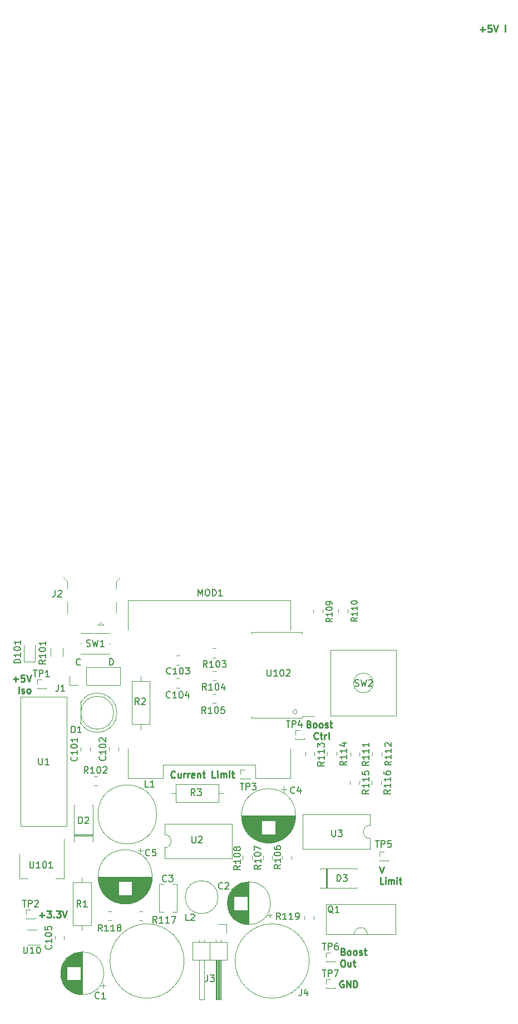
<source format=gbr>
G04 #@! TF.GenerationSoftware,KiCad,Pcbnew,(5.1.2-1)-1*
G04 #@! TF.CreationDate,2019-08-12T18:01:03-07:00*
G04 #@! TF.ProjectId,powersupply,706f7765-7273-4757-9070-6c792e6b6963,rev?*
G04 #@! TF.SameCoordinates,Original*
G04 #@! TF.FileFunction,Legend,Top*
G04 #@! TF.FilePolarity,Positive*
%FSLAX46Y46*%
G04 Gerber Fmt 4.6, Leading zero omitted, Abs format (unit mm)*
G04 Created by KiCad (PCBNEW (5.1.2-1)-1) date 2019-08-12 18:01:03*
%MOMM*%
%LPD*%
G04 APERTURE LIST*
%ADD10C,0.120000*%
%ADD11C,0.150000*%
%ADD12C,0.250000*%
%ADD13C,0.237500*%
%ADD14C,0.100000*%
G04 APERTURE END LIST*
D10*
X72740000Y-47290000D02*
G75*
G03X72740000Y-47290000I-320000J0D01*
G01*
D11*
X44188095Y-40192380D02*
X44188095Y-39192380D01*
X44426190Y-39192380D01*
X44569047Y-39240000D01*
X44664285Y-39335238D01*
X44711904Y-39430476D01*
X44759523Y-39620952D01*
X44759523Y-39763809D01*
X44711904Y-39954285D01*
X44664285Y-40049523D01*
X44569047Y-40144761D01*
X44426190Y-40192380D01*
X44188095Y-40192380D01*
X39729523Y-40117142D02*
X39681904Y-40164761D01*
X39539047Y-40212380D01*
X39443809Y-40212380D01*
X39300952Y-40164761D01*
X39205714Y-40069523D01*
X39158095Y-39974285D01*
X39110476Y-39783809D01*
X39110476Y-39640952D01*
X39158095Y-39450476D01*
X39205714Y-39355238D01*
X39300952Y-39260000D01*
X39443809Y-39212380D01*
X39539047Y-39212380D01*
X39681904Y-39260000D01*
X39729523Y-39307619D01*
D12*
X29517976Y-42326428D02*
X30279880Y-42326428D01*
X29898928Y-42707380D02*
X29898928Y-41945476D01*
X31232261Y-41707380D02*
X30756071Y-41707380D01*
X30708452Y-42183571D01*
X30756071Y-42135952D01*
X30851309Y-42088333D01*
X31089404Y-42088333D01*
X31184642Y-42135952D01*
X31232261Y-42183571D01*
X31279880Y-42278809D01*
X31279880Y-42516904D01*
X31232261Y-42612142D01*
X31184642Y-42659761D01*
X31089404Y-42707380D01*
X30851309Y-42707380D01*
X30756071Y-42659761D01*
X30708452Y-42612142D01*
X31565595Y-41707380D02*
X31898928Y-42707380D01*
X32232261Y-41707380D01*
X30375119Y-44457380D02*
X30375119Y-43457380D01*
X30803690Y-44409761D02*
X30898928Y-44457380D01*
X31089404Y-44457380D01*
X31184642Y-44409761D01*
X31232261Y-44314523D01*
X31232261Y-44266904D01*
X31184642Y-44171666D01*
X31089404Y-44124047D01*
X30946547Y-44124047D01*
X30851309Y-44076428D01*
X30803690Y-43981190D01*
X30803690Y-43933571D01*
X30851309Y-43838333D01*
X30946547Y-43790714D01*
X31089404Y-43790714D01*
X31184642Y-43838333D01*
X31803690Y-44457380D02*
X31708452Y-44409761D01*
X31660833Y-44362142D01*
X31613214Y-44266904D01*
X31613214Y-43981190D01*
X31660833Y-43885952D01*
X31708452Y-43838333D01*
X31803690Y-43790714D01*
X31946547Y-43790714D01*
X32041785Y-43838333D01*
X32089404Y-43885952D01*
X32137023Y-43981190D01*
X32137023Y-44266904D01*
X32089404Y-44362142D01*
X32041785Y-44409761D01*
X31946547Y-44457380D01*
X31803690Y-44457380D01*
X100565238Y56358571D02*
X101327142Y56358571D01*
X100946190Y55977619D02*
X100946190Y56739523D01*
X102279523Y56977619D02*
X101803333Y56977619D01*
X101755714Y56501428D01*
X101803333Y56549047D01*
X101898571Y56596666D01*
X102136666Y56596666D01*
X102231904Y56549047D01*
X102279523Y56501428D01*
X102327142Y56406190D01*
X102327142Y56168095D01*
X102279523Y56072857D01*
X102231904Y56025238D01*
X102136666Y55977619D01*
X101898571Y55977619D01*
X101803333Y56025238D01*
X101755714Y56072857D01*
X102612857Y56977619D02*
X102946190Y55977619D01*
X103279523Y56977619D01*
X104374761Y55977619D02*
X104374761Y56977619D01*
X74545238Y-49153571D02*
X74688095Y-49201190D01*
X74735714Y-49248809D01*
X74783333Y-49344047D01*
X74783333Y-49486904D01*
X74735714Y-49582142D01*
X74688095Y-49629761D01*
X74592857Y-49677380D01*
X74211904Y-49677380D01*
X74211904Y-48677380D01*
X74545238Y-48677380D01*
X74640476Y-48725000D01*
X74688095Y-48772619D01*
X74735714Y-48867857D01*
X74735714Y-48963095D01*
X74688095Y-49058333D01*
X74640476Y-49105952D01*
X74545238Y-49153571D01*
X74211904Y-49153571D01*
X75354761Y-49677380D02*
X75259523Y-49629761D01*
X75211904Y-49582142D01*
X75164285Y-49486904D01*
X75164285Y-49201190D01*
X75211904Y-49105952D01*
X75259523Y-49058333D01*
X75354761Y-49010714D01*
X75497619Y-49010714D01*
X75592857Y-49058333D01*
X75640476Y-49105952D01*
X75688095Y-49201190D01*
X75688095Y-49486904D01*
X75640476Y-49582142D01*
X75592857Y-49629761D01*
X75497619Y-49677380D01*
X75354761Y-49677380D01*
X76259523Y-49677380D02*
X76164285Y-49629761D01*
X76116666Y-49582142D01*
X76069047Y-49486904D01*
X76069047Y-49201190D01*
X76116666Y-49105952D01*
X76164285Y-49058333D01*
X76259523Y-49010714D01*
X76402380Y-49010714D01*
X76497619Y-49058333D01*
X76545238Y-49105952D01*
X76592857Y-49201190D01*
X76592857Y-49486904D01*
X76545238Y-49582142D01*
X76497619Y-49629761D01*
X76402380Y-49677380D01*
X76259523Y-49677380D01*
X76973809Y-49629761D02*
X77069047Y-49677380D01*
X77259523Y-49677380D01*
X77354761Y-49629761D01*
X77402380Y-49534523D01*
X77402380Y-49486904D01*
X77354761Y-49391666D01*
X77259523Y-49344047D01*
X77116666Y-49344047D01*
X77021428Y-49296428D01*
X76973809Y-49201190D01*
X76973809Y-49153571D01*
X77021428Y-49058333D01*
X77116666Y-49010714D01*
X77259523Y-49010714D01*
X77354761Y-49058333D01*
X77688095Y-49010714D02*
X78069047Y-49010714D01*
X77830952Y-48677380D02*
X77830952Y-49534523D01*
X77878571Y-49629761D01*
X77973809Y-49677380D01*
X78069047Y-49677380D01*
X75902380Y-51332142D02*
X75854761Y-51379761D01*
X75711904Y-51427380D01*
X75616666Y-51427380D01*
X75473809Y-51379761D01*
X75378571Y-51284523D01*
X75330952Y-51189285D01*
X75283333Y-50998809D01*
X75283333Y-50855952D01*
X75330952Y-50665476D01*
X75378571Y-50570238D01*
X75473809Y-50475000D01*
X75616666Y-50427380D01*
X75711904Y-50427380D01*
X75854761Y-50475000D01*
X75902380Y-50522619D01*
X76188095Y-50760714D02*
X76569047Y-50760714D01*
X76330952Y-50427380D02*
X76330952Y-51284523D01*
X76378571Y-51379761D01*
X76473809Y-51427380D01*
X76569047Y-51427380D01*
X76902380Y-51427380D02*
X76902380Y-50760714D01*
X76902380Y-50951190D02*
X76950000Y-50855952D01*
X76997619Y-50808333D01*
X77092857Y-50760714D01*
X77188095Y-50760714D01*
X77664285Y-51427380D02*
X77569047Y-51379761D01*
X77521428Y-51284523D01*
X77521428Y-50427380D01*
X54137142Y-57207142D02*
X54089523Y-57254761D01*
X53946666Y-57302380D01*
X53851428Y-57302380D01*
X53708571Y-57254761D01*
X53613333Y-57159523D01*
X53565714Y-57064285D01*
X53518095Y-56873809D01*
X53518095Y-56730952D01*
X53565714Y-56540476D01*
X53613333Y-56445238D01*
X53708571Y-56350000D01*
X53851428Y-56302380D01*
X53946666Y-56302380D01*
X54089523Y-56350000D01*
X54137142Y-56397619D01*
X54994285Y-56635714D02*
X54994285Y-57302380D01*
X54565714Y-56635714D02*
X54565714Y-57159523D01*
X54613333Y-57254761D01*
X54708571Y-57302380D01*
X54851428Y-57302380D01*
X54946666Y-57254761D01*
X54994285Y-57207142D01*
X55470476Y-57302380D02*
X55470476Y-56635714D01*
X55470476Y-56826190D02*
X55518095Y-56730952D01*
X55565714Y-56683333D01*
X55660952Y-56635714D01*
X55756190Y-56635714D01*
X56089523Y-57302380D02*
X56089523Y-56635714D01*
X56089523Y-56826190D02*
X56137142Y-56730952D01*
X56184761Y-56683333D01*
X56280000Y-56635714D01*
X56375238Y-56635714D01*
X57089523Y-57254761D02*
X56994285Y-57302380D01*
X56803809Y-57302380D01*
X56708571Y-57254761D01*
X56660952Y-57159523D01*
X56660952Y-56778571D01*
X56708571Y-56683333D01*
X56803809Y-56635714D01*
X56994285Y-56635714D01*
X57089523Y-56683333D01*
X57137142Y-56778571D01*
X57137142Y-56873809D01*
X56660952Y-56969047D01*
X57565714Y-56635714D02*
X57565714Y-57302380D01*
X57565714Y-56730952D02*
X57613333Y-56683333D01*
X57708571Y-56635714D01*
X57851428Y-56635714D01*
X57946666Y-56683333D01*
X57994285Y-56778571D01*
X57994285Y-57302380D01*
X58327619Y-56635714D02*
X58708571Y-56635714D01*
X58470476Y-56302380D02*
X58470476Y-57159523D01*
X58518095Y-57254761D01*
X58613333Y-57302380D01*
X58708571Y-57302380D01*
X60280000Y-57302380D02*
X59803809Y-57302380D01*
X59803809Y-56302380D01*
X60613333Y-57302380D02*
X60613333Y-56635714D01*
X60613333Y-56302380D02*
X60565714Y-56350000D01*
X60613333Y-56397619D01*
X60660952Y-56350000D01*
X60613333Y-56302380D01*
X60613333Y-56397619D01*
X61089523Y-57302380D02*
X61089523Y-56635714D01*
X61089523Y-56730952D02*
X61137142Y-56683333D01*
X61232380Y-56635714D01*
X61375238Y-56635714D01*
X61470476Y-56683333D01*
X61518095Y-56778571D01*
X61518095Y-57302380D01*
X61518095Y-56778571D02*
X61565714Y-56683333D01*
X61660952Y-56635714D01*
X61803809Y-56635714D01*
X61899047Y-56683333D01*
X61946666Y-56778571D01*
X61946666Y-57302380D01*
X62422857Y-57302380D02*
X62422857Y-56635714D01*
X62422857Y-56302380D02*
X62375238Y-56350000D01*
X62422857Y-56397619D01*
X62470476Y-56350000D01*
X62422857Y-56302380D01*
X62422857Y-56397619D01*
X62756190Y-56635714D02*
X63137142Y-56635714D01*
X62899047Y-56302380D02*
X62899047Y-57159523D01*
X62946666Y-57254761D01*
X63041904Y-57302380D01*
X63137142Y-57302380D01*
X33520000Y-78151428D02*
X34281904Y-78151428D01*
X33900952Y-78532380D02*
X33900952Y-77770476D01*
X34662857Y-77532380D02*
X35281904Y-77532380D01*
X34948571Y-77913333D01*
X35091428Y-77913333D01*
X35186666Y-77960952D01*
X35234285Y-78008571D01*
X35281904Y-78103809D01*
X35281904Y-78341904D01*
X35234285Y-78437142D01*
X35186666Y-78484761D01*
X35091428Y-78532380D01*
X34805714Y-78532380D01*
X34710476Y-78484761D01*
X34662857Y-78437142D01*
X35710476Y-78437142D02*
X35758095Y-78484761D01*
X35710476Y-78532380D01*
X35662857Y-78484761D01*
X35710476Y-78437142D01*
X35710476Y-78532380D01*
X36091428Y-77532380D02*
X36710476Y-77532380D01*
X36377142Y-77913333D01*
X36520000Y-77913333D01*
X36615238Y-77960952D01*
X36662857Y-78008571D01*
X36710476Y-78103809D01*
X36710476Y-78341904D01*
X36662857Y-78437142D01*
X36615238Y-78484761D01*
X36520000Y-78532380D01*
X36234285Y-78532380D01*
X36139047Y-78484761D01*
X36091428Y-78437142D01*
X36996190Y-77532380D02*
X37329523Y-78532380D01*
X37662857Y-77532380D01*
D13*
X85294851Y-70798511D02*
X85611517Y-71748511D01*
X85928184Y-70798511D01*
X85882946Y-73411011D02*
X85430565Y-73411011D01*
X85430565Y-72461011D01*
X86199613Y-73411011D02*
X86199613Y-72777678D01*
X86199613Y-72461011D02*
X86154375Y-72506250D01*
X86199613Y-72551488D01*
X86244851Y-72506250D01*
X86199613Y-72461011D01*
X86199613Y-72551488D01*
X86651994Y-73411011D02*
X86651994Y-72777678D01*
X86651994Y-72868154D02*
X86697232Y-72822916D01*
X86787708Y-72777678D01*
X86923422Y-72777678D01*
X87013898Y-72822916D01*
X87059136Y-72913392D01*
X87059136Y-73411011D01*
X87059136Y-72913392D02*
X87104375Y-72822916D01*
X87194851Y-72777678D01*
X87330565Y-72777678D01*
X87421041Y-72822916D01*
X87466279Y-72913392D01*
X87466279Y-73411011D01*
X87918660Y-73411011D02*
X87918660Y-72777678D01*
X87918660Y-72461011D02*
X87873422Y-72506250D01*
X87918660Y-72551488D01*
X87963898Y-72506250D01*
X87918660Y-72461011D01*
X87918660Y-72551488D01*
X88235327Y-72777678D02*
X88597232Y-72777678D01*
X88371041Y-72461011D02*
X88371041Y-73275297D01*
X88416279Y-73365773D01*
X88506755Y-73411011D01*
X88597232Y-73411011D01*
D12*
X79753928Y-83693571D02*
X79896785Y-83741190D01*
X79944404Y-83788809D01*
X79992023Y-83884047D01*
X79992023Y-84026904D01*
X79944404Y-84122142D01*
X79896785Y-84169761D01*
X79801547Y-84217380D01*
X79420595Y-84217380D01*
X79420595Y-83217380D01*
X79753928Y-83217380D01*
X79849166Y-83265000D01*
X79896785Y-83312619D01*
X79944404Y-83407857D01*
X79944404Y-83503095D01*
X79896785Y-83598333D01*
X79849166Y-83645952D01*
X79753928Y-83693571D01*
X79420595Y-83693571D01*
X80563452Y-84217380D02*
X80468214Y-84169761D01*
X80420595Y-84122142D01*
X80372976Y-84026904D01*
X80372976Y-83741190D01*
X80420595Y-83645952D01*
X80468214Y-83598333D01*
X80563452Y-83550714D01*
X80706309Y-83550714D01*
X80801547Y-83598333D01*
X80849166Y-83645952D01*
X80896785Y-83741190D01*
X80896785Y-84026904D01*
X80849166Y-84122142D01*
X80801547Y-84169761D01*
X80706309Y-84217380D01*
X80563452Y-84217380D01*
X81468214Y-84217380D02*
X81372976Y-84169761D01*
X81325357Y-84122142D01*
X81277738Y-84026904D01*
X81277738Y-83741190D01*
X81325357Y-83645952D01*
X81372976Y-83598333D01*
X81468214Y-83550714D01*
X81611071Y-83550714D01*
X81706309Y-83598333D01*
X81753928Y-83645952D01*
X81801547Y-83741190D01*
X81801547Y-84026904D01*
X81753928Y-84122142D01*
X81706309Y-84169761D01*
X81611071Y-84217380D01*
X81468214Y-84217380D01*
X82182500Y-84169761D02*
X82277738Y-84217380D01*
X82468214Y-84217380D01*
X82563452Y-84169761D01*
X82611071Y-84074523D01*
X82611071Y-84026904D01*
X82563452Y-83931666D01*
X82468214Y-83884047D01*
X82325357Y-83884047D01*
X82230119Y-83836428D01*
X82182500Y-83741190D01*
X82182500Y-83693571D01*
X82230119Y-83598333D01*
X82325357Y-83550714D01*
X82468214Y-83550714D01*
X82563452Y-83598333D01*
X82896785Y-83550714D02*
X83277738Y-83550714D01*
X83039642Y-83217380D02*
X83039642Y-84074523D01*
X83087261Y-84169761D01*
X83182500Y-84217380D01*
X83277738Y-84217380D01*
X79611071Y-84967380D02*
X79801547Y-84967380D01*
X79896785Y-85015000D01*
X79992023Y-85110238D01*
X80039642Y-85300714D01*
X80039642Y-85634047D01*
X79992023Y-85824523D01*
X79896785Y-85919761D01*
X79801547Y-85967380D01*
X79611071Y-85967380D01*
X79515833Y-85919761D01*
X79420595Y-85824523D01*
X79372976Y-85634047D01*
X79372976Y-85300714D01*
X79420595Y-85110238D01*
X79515833Y-85015000D01*
X79611071Y-84967380D01*
X80896785Y-85300714D02*
X80896785Y-85967380D01*
X80468214Y-85300714D02*
X80468214Y-85824523D01*
X80515833Y-85919761D01*
X80611071Y-85967380D01*
X80753928Y-85967380D01*
X80849166Y-85919761D01*
X80896785Y-85872142D01*
X81230119Y-85300714D02*
X81611071Y-85300714D01*
X81372976Y-84967380D02*
X81372976Y-85824523D01*
X81420595Y-85919761D01*
X81515833Y-85967380D01*
X81611071Y-85967380D01*
X79768095Y-88170000D02*
X79672857Y-88122380D01*
X79530000Y-88122380D01*
X79387142Y-88170000D01*
X79291904Y-88265238D01*
X79244285Y-88360476D01*
X79196666Y-88550952D01*
X79196666Y-88693809D01*
X79244285Y-88884285D01*
X79291904Y-88979523D01*
X79387142Y-89074761D01*
X79530000Y-89122380D01*
X79625238Y-89122380D01*
X79768095Y-89074761D01*
X79815714Y-89027142D01*
X79815714Y-88693809D01*
X79625238Y-88693809D01*
X80244285Y-89122380D02*
X80244285Y-88122380D01*
X80815714Y-89122380D01*
X80815714Y-88122380D01*
X81291904Y-89122380D02*
X81291904Y-88122380D01*
X81530000Y-88122380D01*
X81672857Y-88170000D01*
X81768095Y-88265238D01*
X81815714Y-88360476D01*
X81863333Y-88550952D01*
X81863333Y-88693809D01*
X81815714Y-88884285D01*
X81768095Y-88979523D01*
X81672857Y-89074761D01*
X81530000Y-89122380D01*
X81291904Y-89122380D01*
D14*
X84300000Y-42900000D02*
G75*
G03X84300000Y-42900000I-1500000J0D01*
G01*
X77800000Y-37900000D02*
X87800000Y-37900000D01*
X77800000Y-47900000D02*
X77800000Y-37900000D01*
X87800000Y-47900000D02*
X77800000Y-47900000D01*
X87800000Y-37900000D02*
X87800000Y-47900000D01*
D10*
X37695000Y-64685000D02*
X30645000Y-64685000D01*
X37695000Y-45035000D02*
X30645000Y-45035000D01*
X30645000Y-45035000D02*
X30645000Y-64685000D01*
X37695000Y-64685000D02*
X37695000Y-45035000D01*
X71715000Y-57350000D02*
X71715000Y-52850000D01*
X46975000Y-57350000D02*
X46975000Y-52850000D01*
X52345000Y-57350000D02*
X46995000Y-57350000D01*
X66345000Y-57350000D02*
X71715000Y-57350000D01*
X66345000Y-55350000D02*
X66345000Y-57350000D01*
X52345000Y-55350000D02*
X66345000Y-55350000D01*
X52345000Y-57350000D02*
X52345000Y-55350000D01*
X46995000Y-30350000D02*
X46995000Y-34850000D01*
X71695000Y-30350000D02*
X71695000Y-34850000D01*
X71695000Y-30350000D02*
X46995000Y-30350000D01*
X35220000Y-37597936D02*
X35220000Y-38802064D01*
X37040000Y-37597936D02*
X37040000Y-38802064D01*
X39750000Y-45875000D02*
X39750000Y-48965000D01*
X44810000Y-47420000D02*
G75*
G03X44810000Y-47420000I-2500000J0D01*
G01*
X45300000Y-47419538D02*
G75*
G02X39750000Y-48964830I-2990000J-462D01*
G01*
X45300000Y-47420462D02*
G75*
G03X39750000Y-45875170I-2990000J462D01*
G01*
X77125000Y-87905000D02*
X77820000Y-87905000D01*
X77125000Y-88590000D02*
X77125000Y-87905000D01*
X78428276Y-89275000D02*
X78515000Y-89275000D01*
X77125000Y-89275000D02*
X77211724Y-89275000D01*
X78515000Y-89275000D02*
X78515000Y-89150000D01*
X77125000Y-89275000D02*
X77125000Y-89150000D01*
X77125000Y-89275000D02*
X78515000Y-89275000D01*
X72455000Y-50065000D02*
X73150000Y-50065000D01*
X72455000Y-50750000D02*
X72455000Y-50065000D01*
X73758276Y-51435000D02*
X73845000Y-51435000D01*
X72455000Y-51435000D02*
X72541724Y-51435000D01*
X73845000Y-51435000D02*
X73845000Y-51310000D01*
X72455000Y-51435000D02*
X72455000Y-51310000D01*
X72455000Y-51435000D02*
X73845000Y-51435000D01*
X85255000Y-68565000D02*
X85950000Y-68565000D01*
X85255000Y-69250000D02*
X85255000Y-68565000D01*
X86558276Y-69935000D02*
X86645000Y-69935000D01*
X85255000Y-69935000D02*
X85341724Y-69935000D01*
X86645000Y-69935000D02*
X86645000Y-69810000D01*
X85255000Y-69935000D02*
X85255000Y-69810000D01*
X85255000Y-69935000D02*
X86645000Y-69935000D01*
X64105000Y-56105000D02*
X64800000Y-56105000D01*
X64105000Y-56790000D02*
X64105000Y-56105000D01*
X65408276Y-57475000D02*
X65495000Y-57475000D01*
X64105000Y-57475000D02*
X64191724Y-57475000D01*
X65495000Y-57475000D02*
X65495000Y-57350000D01*
X64105000Y-57475000D02*
X64105000Y-57350000D01*
X64105000Y-57475000D02*
X65495000Y-57475000D01*
X31485000Y-77345000D02*
X32180000Y-77345000D01*
X31485000Y-78030000D02*
X31485000Y-77345000D01*
X32788276Y-78715000D02*
X32875000Y-78715000D01*
X31485000Y-78715000D02*
X31571724Y-78715000D01*
X32875000Y-78715000D02*
X32875000Y-78590000D01*
X31485000Y-78715000D02*
X31485000Y-78590000D01*
X31485000Y-78715000D02*
X32875000Y-78715000D01*
X33165000Y-42385000D02*
X33860000Y-42385000D01*
X33165000Y-43070000D02*
X33165000Y-42385000D01*
X34468276Y-43755000D02*
X34555000Y-43755000D01*
X33165000Y-43755000D02*
X33251724Y-43755000D01*
X34555000Y-43755000D02*
X34555000Y-43630000D01*
X33165000Y-43755000D02*
X33165000Y-43630000D01*
X33165000Y-43755000D02*
X34555000Y-43755000D01*
X77145000Y-83855000D02*
X77840000Y-83855000D01*
X77145000Y-84540000D02*
X77145000Y-83855000D01*
X78448276Y-85225000D02*
X78535000Y-85225000D01*
X77145000Y-85225000D02*
X77231724Y-85225000D01*
X78535000Y-85225000D02*
X78535000Y-85100000D01*
X77145000Y-85225000D02*
X77145000Y-85100000D01*
X77145000Y-85225000D02*
X78535000Y-85225000D01*
X48950000Y-41880000D02*
X48950000Y-42650000D01*
X48950000Y-49960000D02*
X48950000Y-49190000D01*
X47580000Y-42650000D02*
X47580000Y-49190000D01*
X50320000Y-42650000D02*
X47580000Y-42650000D01*
X50320000Y-49190000D02*
X50320000Y-42650000D01*
X47580000Y-49190000D02*
X50320000Y-49190000D01*
X35860000Y-81858578D02*
X35860000Y-81341422D01*
X37280000Y-81858578D02*
X37280000Y-81341422D01*
X83820000Y-68160000D02*
X83820000Y-66510000D01*
X73540000Y-68160000D02*
X83820000Y-68160000D01*
X73540000Y-62860000D02*
X73540000Y-68160000D01*
X83820000Y-62860000D02*
X73540000Y-62860000D01*
X83820000Y-64510000D02*
X83820000Y-62860000D01*
X83820000Y-66510000D02*
G75*
G02X83820000Y-64510000I0J1000000D01*
G01*
X33070000Y-80370000D02*
X31670000Y-80370000D01*
X31670000Y-82690000D02*
X33570000Y-82690000D01*
X52550000Y-64280000D02*
X52550000Y-65930000D01*
X62830000Y-64280000D02*
X52550000Y-64280000D01*
X62830000Y-69580000D02*
X62830000Y-64280000D01*
X52550000Y-69580000D02*
X62830000Y-69580000D01*
X52550000Y-67930000D02*
X52550000Y-69580000D01*
X52550000Y-65930000D02*
G75*
G02X52550000Y-67930000I0J-1000000D01*
G01*
X80815000Y-53471422D02*
X80815000Y-53988578D01*
X82235000Y-53471422D02*
X82235000Y-53988578D01*
X85570000Y-53978578D02*
X85570000Y-53461422D01*
X84150000Y-53978578D02*
X84150000Y-53461422D01*
X84100000Y-57751422D02*
X84100000Y-58268578D01*
X85520000Y-57751422D02*
X85520000Y-58268578D01*
X82200000Y-58268578D02*
X82200000Y-57751422D01*
X80780000Y-58268578D02*
X80780000Y-57751422D01*
X75260000Y-78798578D02*
X75260000Y-78281422D01*
X73840000Y-78798578D02*
X73840000Y-78281422D01*
X78750000Y-53918578D02*
X78750000Y-53401422D01*
X77330000Y-53918578D02*
X77330000Y-53401422D01*
X73960000Y-53401422D02*
X73960000Y-53918578D01*
X75380000Y-53401422D02*
X75380000Y-53918578D01*
X48691422Y-78980000D02*
X49208578Y-78980000D01*
X48691422Y-77560000D02*
X49208578Y-77560000D01*
X43971422Y-78980000D02*
X44488578Y-78980000D01*
X43971422Y-77560000D02*
X44488578Y-77560000D01*
X64470000Y-69171422D02*
X64470000Y-69688578D01*
X65890000Y-69171422D02*
X65890000Y-69688578D01*
X67520000Y-69171422D02*
X67520000Y-69688578D01*
X68940000Y-69171422D02*
X68940000Y-69688578D01*
X70470000Y-69141422D02*
X70470000Y-69658578D01*
X71890000Y-69141422D02*
X71890000Y-69658578D01*
X42348578Y-58490000D02*
X41831422Y-58490000D01*
X42348578Y-57070000D02*
X41831422Y-57070000D01*
X60690000Y-75440000D02*
G75*
G03X60690000Y-75440000I-2500000J0D01*
G01*
X61980000Y-79570000D02*
X61980000Y-80840000D01*
X60710000Y-79570000D02*
X61980000Y-79570000D01*
X57790000Y-81882929D02*
X57790000Y-82280000D01*
X58550000Y-81882929D02*
X58550000Y-82280000D01*
X57790000Y-90940000D02*
X57790000Y-84940000D01*
X58550000Y-90940000D02*
X57790000Y-90940000D01*
X58550000Y-84940000D02*
X58550000Y-90940000D01*
X59440000Y-82280000D02*
X59440000Y-84940000D01*
X60330000Y-81950000D02*
X60330000Y-82280000D01*
X61090000Y-81950000D02*
X61090000Y-82280000D01*
X60430000Y-84940000D02*
X60430000Y-90940000D01*
X60550000Y-84940000D02*
X60550000Y-90940000D01*
X60670000Y-84940000D02*
X60670000Y-90940000D01*
X60790000Y-84940000D02*
X60790000Y-90940000D01*
X60910000Y-84940000D02*
X60910000Y-90940000D01*
X61030000Y-84940000D02*
X61030000Y-90940000D01*
X60330000Y-90940000D02*
X60330000Y-84940000D01*
X61090000Y-90940000D02*
X60330000Y-90940000D01*
X61090000Y-84940000D02*
X61090000Y-90940000D01*
X62040000Y-84940000D02*
X62040000Y-82280000D01*
X56840000Y-84940000D02*
X62040000Y-84940000D01*
X56840000Y-82280000D02*
X56840000Y-84940000D01*
X62040000Y-82280000D02*
X56840000Y-82280000D01*
X31170000Y-39680000D02*
X31170000Y-37130000D01*
X32870000Y-39680000D02*
X32870000Y-37130000D01*
X31170000Y-39680000D02*
X32870000Y-39680000D01*
X43215241Y-89164000D02*
X43215241Y-88534000D01*
X43530241Y-88849000D02*
X42900241Y-88849000D01*
X36789000Y-87412000D02*
X36789000Y-86608000D01*
X36829000Y-87643000D02*
X36829000Y-86377000D01*
X36869000Y-87812000D02*
X36869000Y-86208000D01*
X36909000Y-87950000D02*
X36909000Y-86070000D01*
X36949000Y-88069000D02*
X36949000Y-85951000D01*
X36989000Y-88175000D02*
X36989000Y-85845000D01*
X37029000Y-88272000D02*
X37029000Y-85748000D01*
X37069000Y-88360000D02*
X37069000Y-85660000D01*
X37109000Y-88442000D02*
X37109000Y-85578000D01*
X37149000Y-88519000D02*
X37149000Y-85501000D01*
X37189000Y-88591000D02*
X37189000Y-85429000D01*
X37229000Y-88660000D02*
X37229000Y-85360000D01*
X37269000Y-88724000D02*
X37269000Y-85296000D01*
X37309000Y-88786000D02*
X37309000Y-85234000D01*
X37349000Y-88844000D02*
X37349000Y-85176000D01*
X37389000Y-88900000D02*
X37389000Y-85120000D01*
X37429000Y-88954000D02*
X37429000Y-85066000D01*
X37469000Y-89005000D02*
X37469000Y-85015000D01*
X37509000Y-89054000D02*
X37509000Y-84966000D01*
X37549000Y-89102000D02*
X37549000Y-84918000D01*
X37589000Y-89147000D02*
X37589000Y-84873000D01*
X37629000Y-89192000D02*
X37629000Y-84828000D01*
X37669000Y-89234000D02*
X37669000Y-84786000D01*
X37709000Y-89275000D02*
X37709000Y-84745000D01*
X37749000Y-85970000D02*
X37749000Y-84705000D01*
X37749000Y-89315000D02*
X37749000Y-88050000D01*
X37789000Y-85970000D02*
X37789000Y-84667000D01*
X37789000Y-89353000D02*
X37789000Y-88050000D01*
X37829000Y-85970000D02*
X37829000Y-84630000D01*
X37829000Y-89390000D02*
X37829000Y-88050000D01*
X37869000Y-85970000D02*
X37869000Y-84594000D01*
X37869000Y-89426000D02*
X37869000Y-88050000D01*
X37909000Y-85970000D02*
X37909000Y-84560000D01*
X37909000Y-89460000D02*
X37909000Y-88050000D01*
X37949000Y-85970000D02*
X37949000Y-84526000D01*
X37949000Y-89494000D02*
X37949000Y-88050000D01*
X37989000Y-85970000D02*
X37989000Y-84494000D01*
X37989000Y-89526000D02*
X37989000Y-88050000D01*
X38029000Y-85970000D02*
X38029000Y-84462000D01*
X38029000Y-89558000D02*
X38029000Y-88050000D01*
X38069000Y-85970000D02*
X38069000Y-84432000D01*
X38069000Y-89588000D02*
X38069000Y-88050000D01*
X38109000Y-85970000D02*
X38109000Y-84403000D01*
X38109000Y-89617000D02*
X38109000Y-88050000D01*
X38149000Y-85970000D02*
X38149000Y-84374000D01*
X38149000Y-89646000D02*
X38149000Y-88050000D01*
X38189000Y-85970000D02*
X38189000Y-84346000D01*
X38189000Y-89674000D02*
X38189000Y-88050000D01*
X38229000Y-85970000D02*
X38229000Y-84320000D01*
X38229000Y-89700000D02*
X38229000Y-88050000D01*
X38269000Y-85970000D02*
X38269000Y-84294000D01*
X38269000Y-89726000D02*
X38269000Y-88050000D01*
X38309000Y-85970000D02*
X38309000Y-84268000D01*
X38309000Y-89752000D02*
X38309000Y-88050000D01*
X38349000Y-85970000D02*
X38349000Y-84244000D01*
X38349000Y-89776000D02*
X38349000Y-88050000D01*
X38389000Y-85970000D02*
X38389000Y-84220000D01*
X38389000Y-89800000D02*
X38389000Y-88050000D01*
X38429000Y-85970000D02*
X38429000Y-84198000D01*
X38429000Y-89822000D02*
X38429000Y-88050000D01*
X38469000Y-85970000D02*
X38469000Y-84176000D01*
X38469000Y-89844000D02*
X38469000Y-88050000D01*
X38509000Y-85970000D02*
X38509000Y-84154000D01*
X38509000Y-89866000D02*
X38509000Y-88050000D01*
X38549000Y-85970000D02*
X38549000Y-84134000D01*
X38549000Y-89886000D02*
X38549000Y-88050000D01*
X38589000Y-85970000D02*
X38589000Y-84114000D01*
X38589000Y-89906000D02*
X38589000Y-88050000D01*
X38629000Y-85970000D02*
X38629000Y-84094000D01*
X38629000Y-89926000D02*
X38629000Y-88050000D01*
X38669000Y-85970000D02*
X38669000Y-84076000D01*
X38669000Y-89944000D02*
X38669000Y-88050000D01*
X38709000Y-85970000D02*
X38709000Y-84058000D01*
X38709000Y-89962000D02*
X38709000Y-88050000D01*
X38749000Y-85970000D02*
X38749000Y-84040000D01*
X38749000Y-89980000D02*
X38749000Y-88050000D01*
X38789000Y-85970000D02*
X38789000Y-84024000D01*
X38789000Y-89996000D02*
X38789000Y-88050000D01*
X38829000Y-85970000D02*
X38829000Y-84008000D01*
X38829000Y-90012000D02*
X38829000Y-88050000D01*
X38869000Y-85970000D02*
X38869000Y-83992000D01*
X38869000Y-90028000D02*
X38869000Y-88050000D01*
X38909000Y-85970000D02*
X38909000Y-83977000D01*
X38909000Y-90043000D02*
X38909000Y-88050000D01*
X38949000Y-85970000D02*
X38949000Y-83963000D01*
X38949000Y-90057000D02*
X38949000Y-88050000D01*
X38989000Y-85970000D02*
X38989000Y-83949000D01*
X38989000Y-90071000D02*
X38989000Y-88050000D01*
X39029000Y-85970000D02*
X39029000Y-83936000D01*
X39029000Y-90084000D02*
X39029000Y-88050000D01*
X39069000Y-85970000D02*
X39069000Y-83924000D01*
X39069000Y-90096000D02*
X39069000Y-88050000D01*
X39109000Y-85970000D02*
X39109000Y-83912000D01*
X39109000Y-90108000D02*
X39109000Y-88050000D01*
X39149000Y-85970000D02*
X39149000Y-83900000D01*
X39149000Y-90120000D02*
X39149000Y-88050000D01*
X39189000Y-85970000D02*
X39189000Y-83889000D01*
X39189000Y-90131000D02*
X39189000Y-88050000D01*
X39229000Y-85970000D02*
X39229000Y-83879000D01*
X39229000Y-90141000D02*
X39229000Y-88050000D01*
X39269000Y-85970000D02*
X39269000Y-83869000D01*
X39269000Y-90151000D02*
X39269000Y-88050000D01*
X39309000Y-85970000D02*
X39309000Y-83860000D01*
X39309000Y-90160000D02*
X39309000Y-88050000D01*
X39350000Y-85970000D02*
X39350000Y-83851000D01*
X39350000Y-90169000D02*
X39350000Y-88050000D01*
X39390000Y-85970000D02*
X39390000Y-83843000D01*
X39390000Y-90177000D02*
X39390000Y-88050000D01*
X39430000Y-85970000D02*
X39430000Y-83835000D01*
X39430000Y-90185000D02*
X39430000Y-88050000D01*
X39470000Y-85970000D02*
X39470000Y-83828000D01*
X39470000Y-90192000D02*
X39470000Y-88050000D01*
X39510000Y-85970000D02*
X39510000Y-83821000D01*
X39510000Y-90199000D02*
X39510000Y-88050000D01*
X39550000Y-85970000D02*
X39550000Y-83815000D01*
X39550000Y-90205000D02*
X39550000Y-88050000D01*
X39590000Y-85970000D02*
X39590000Y-83809000D01*
X39590000Y-90211000D02*
X39590000Y-88050000D01*
X39630000Y-85970000D02*
X39630000Y-83804000D01*
X39630000Y-90216000D02*
X39630000Y-88050000D01*
X39670000Y-85970000D02*
X39670000Y-83799000D01*
X39670000Y-90221000D02*
X39670000Y-88050000D01*
X39710000Y-85970000D02*
X39710000Y-83795000D01*
X39710000Y-90225000D02*
X39710000Y-88050000D01*
X39750000Y-85970000D02*
X39750000Y-83792000D01*
X39750000Y-90228000D02*
X39750000Y-88050000D01*
X39790000Y-85970000D02*
X39790000Y-83788000D01*
X39790000Y-90232000D02*
X39790000Y-88050000D01*
X39830000Y-90234000D02*
X39830000Y-83786000D01*
X39870000Y-90237000D02*
X39870000Y-83783000D01*
X39910000Y-90238000D02*
X39910000Y-83782000D01*
X39950000Y-90240000D02*
X39950000Y-83780000D01*
X39990000Y-90240000D02*
X39990000Y-83780000D01*
X40030000Y-90240000D02*
X40030000Y-83780000D01*
X43300000Y-87010000D02*
G75*
G03X43300000Y-87010000I-3270000J0D01*
G01*
X68565241Y-78514000D02*
X68565241Y-77884000D01*
X68880241Y-78199000D02*
X68250241Y-78199000D01*
X62139000Y-76762000D02*
X62139000Y-75958000D01*
X62179000Y-76993000D02*
X62179000Y-75727000D01*
X62219000Y-77162000D02*
X62219000Y-75558000D01*
X62259000Y-77300000D02*
X62259000Y-75420000D01*
X62299000Y-77419000D02*
X62299000Y-75301000D01*
X62339000Y-77525000D02*
X62339000Y-75195000D01*
X62379000Y-77622000D02*
X62379000Y-75098000D01*
X62419000Y-77710000D02*
X62419000Y-75010000D01*
X62459000Y-77792000D02*
X62459000Y-74928000D01*
X62499000Y-77869000D02*
X62499000Y-74851000D01*
X62539000Y-77941000D02*
X62539000Y-74779000D01*
X62579000Y-78010000D02*
X62579000Y-74710000D01*
X62619000Y-78074000D02*
X62619000Y-74646000D01*
X62659000Y-78136000D02*
X62659000Y-74584000D01*
X62699000Y-78194000D02*
X62699000Y-74526000D01*
X62739000Y-78250000D02*
X62739000Y-74470000D01*
X62779000Y-78304000D02*
X62779000Y-74416000D01*
X62819000Y-78355000D02*
X62819000Y-74365000D01*
X62859000Y-78404000D02*
X62859000Y-74316000D01*
X62899000Y-78452000D02*
X62899000Y-74268000D01*
X62939000Y-78497000D02*
X62939000Y-74223000D01*
X62979000Y-78542000D02*
X62979000Y-74178000D01*
X63019000Y-78584000D02*
X63019000Y-74136000D01*
X63059000Y-78625000D02*
X63059000Y-74095000D01*
X63099000Y-75320000D02*
X63099000Y-74055000D01*
X63099000Y-78665000D02*
X63099000Y-77400000D01*
X63139000Y-75320000D02*
X63139000Y-74017000D01*
X63139000Y-78703000D02*
X63139000Y-77400000D01*
X63179000Y-75320000D02*
X63179000Y-73980000D01*
X63179000Y-78740000D02*
X63179000Y-77400000D01*
X63219000Y-75320000D02*
X63219000Y-73944000D01*
X63219000Y-78776000D02*
X63219000Y-77400000D01*
X63259000Y-75320000D02*
X63259000Y-73910000D01*
X63259000Y-78810000D02*
X63259000Y-77400000D01*
X63299000Y-75320000D02*
X63299000Y-73876000D01*
X63299000Y-78844000D02*
X63299000Y-77400000D01*
X63339000Y-75320000D02*
X63339000Y-73844000D01*
X63339000Y-78876000D02*
X63339000Y-77400000D01*
X63379000Y-75320000D02*
X63379000Y-73812000D01*
X63379000Y-78908000D02*
X63379000Y-77400000D01*
X63419000Y-75320000D02*
X63419000Y-73782000D01*
X63419000Y-78938000D02*
X63419000Y-77400000D01*
X63459000Y-75320000D02*
X63459000Y-73753000D01*
X63459000Y-78967000D02*
X63459000Y-77400000D01*
X63499000Y-75320000D02*
X63499000Y-73724000D01*
X63499000Y-78996000D02*
X63499000Y-77400000D01*
X63539000Y-75320000D02*
X63539000Y-73696000D01*
X63539000Y-79024000D02*
X63539000Y-77400000D01*
X63579000Y-75320000D02*
X63579000Y-73670000D01*
X63579000Y-79050000D02*
X63579000Y-77400000D01*
X63619000Y-75320000D02*
X63619000Y-73644000D01*
X63619000Y-79076000D02*
X63619000Y-77400000D01*
X63659000Y-75320000D02*
X63659000Y-73618000D01*
X63659000Y-79102000D02*
X63659000Y-77400000D01*
X63699000Y-75320000D02*
X63699000Y-73594000D01*
X63699000Y-79126000D02*
X63699000Y-77400000D01*
X63739000Y-75320000D02*
X63739000Y-73570000D01*
X63739000Y-79150000D02*
X63739000Y-77400000D01*
X63779000Y-75320000D02*
X63779000Y-73548000D01*
X63779000Y-79172000D02*
X63779000Y-77400000D01*
X63819000Y-75320000D02*
X63819000Y-73526000D01*
X63819000Y-79194000D02*
X63819000Y-77400000D01*
X63859000Y-75320000D02*
X63859000Y-73504000D01*
X63859000Y-79216000D02*
X63859000Y-77400000D01*
X63899000Y-75320000D02*
X63899000Y-73484000D01*
X63899000Y-79236000D02*
X63899000Y-77400000D01*
X63939000Y-75320000D02*
X63939000Y-73464000D01*
X63939000Y-79256000D02*
X63939000Y-77400000D01*
X63979000Y-75320000D02*
X63979000Y-73444000D01*
X63979000Y-79276000D02*
X63979000Y-77400000D01*
X64019000Y-75320000D02*
X64019000Y-73426000D01*
X64019000Y-79294000D02*
X64019000Y-77400000D01*
X64059000Y-75320000D02*
X64059000Y-73408000D01*
X64059000Y-79312000D02*
X64059000Y-77400000D01*
X64099000Y-75320000D02*
X64099000Y-73390000D01*
X64099000Y-79330000D02*
X64099000Y-77400000D01*
X64139000Y-75320000D02*
X64139000Y-73374000D01*
X64139000Y-79346000D02*
X64139000Y-77400000D01*
X64179000Y-75320000D02*
X64179000Y-73358000D01*
X64179000Y-79362000D02*
X64179000Y-77400000D01*
X64219000Y-75320000D02*
X64219000Y-73342000D01*
X64219000Y-79378000D02*
X64219000Y-77400000D01*
X64259000Y-75320000D02*
X64259000Y-73327000D01*
X64259000Y-79393000D02*
X64259000Y-77400000D01*
X64299000Y-75320000D02*
X64299000Y-73313000D01*
X64299000Y-79407000D02*
X64299000Y-77400000D01*
X64339000Y-75320000D02*
X64339000Y-73299000D01*
X64339000Y-79421000D02*
X64339000Y-77400000D01*
X64379000Y-75320000D02*
X64379000Y-73286000D01*
X64379000Y-79434000D02*
X64379000Y-77400000D01*
X64419000Y-75320000D02*
X64419000Y-73274000D01*
X64419000Y-79446000D02*
X64419000Y-77400000D01*
X64459000Y-75320000D02*
X64459000Y-73262000D01*
X64459000Y-79458000D02*
X64459000Y-77400000D01*
X64499000Y-75320000D02*
X64499000Y-73250000D01*
X64499000Y-79470000D02*
X64499000Y-77400000D01*
X64539000Y-75320000D02*
X64539000Y-73239000D01*
X64539000Y-79481000D02*
X64539000Y-77400000D01*
X64579000Y-75320000D02*
X64579000Y-73229000D01*
X64579000Y-79491000D02*
X64579000Y-77400000D01*
X64619000Y-75320000D02*
X64619000Y-73219000D01*
X64619000Y-79501000D02*
X64619000Y-77400000D01*
X64659000Y-75320000D02*
X64659000Y-73210000D01*
X64659000Y-79510000D02*
X64659000Y-77400000D01*
X64700000Y-75320000D02*
X64700000Y-73201000D01*
X64700000Y-79519000D02*
X64700000Y-77400000D01*
X64740000Y-75320000D02*
X64740000Y-73193000D01*
X64740000Y-79527000D02*
X64740000Y-77400000D01*
X64780000Y-75320000D02*
X64780000Y-73185000D01*
X64780000Y-79535000D02*
X64780000Y-77400000D01*
X64820000Y-75320000D02*
X64820000Y-73178000D01*
X64820000Y-79542000D02*
X64820000Y-77400000D01*
X64860000Y-75320000D02*
X64860000Y-73171000D01*
X64860000Y-79549000D02*
X64860000Y-77400000D01*
X64900000Y-75320000D02*
X64900000Y-73165000D01*
X64900000Y-79555000D02*
X64900000Y-77400000D01*
X64940000Y-75320000D02*
X64940000Y-73159000D01*
X64940000Y-79561000D02*
X64940000Y-77400000D01*
X64980000Y-75320000D02*
X64980000Y-73154000D01*
X64980000Y-79566000D02*
X64980000Y-77400000D01*
X65020000Y-75320000D02*
X65020000Y-73149000D01*
X65020000Y-79571000D02*
X65020000Y-77400000D01*
X65060000Y-75320000D02*
X65060000Y-73145000D01*
X65060000Y-79575000D02*
X65060000Y-77400000D01*
X65100000Y-75320000D02*
X65100000Y-73142000D01*
X65100000Y-79578000D02*
X65100000Y-77400000D01*
X65140000Y-75320000D02*
X65140000Y-73138000D01*
X65140000Y-79582000D02*
X65140000Y-77400000D01*
X65180000Y-79584000D02*
X65180000Y-73136000D01*
X65220000Y-79587000D02*
X65220000Y-73133000D01*
X65260000Y-79588000D02*
X65260000Y-73132000D01*
X65300000Y-79590000D02*
X65300000Y-73130000D01*
X65340000Y-79590000D02*
X65340000Y-73130000D01*
X65380000Y-79590000D02*
X65380000Y-73130000D01*
X68650000Y-76360000D02*
G75*
G03X68650000Y-76360000I-3270000J0D01*
G01*
X49275000Y-68350302D02*
X48475000Y-68350302D01*
X48875000Y-67950302D02*
X48875000Y-68750302D01*
X47093000Y-76441000D02*
X46027000Y-76441000D01*
X47328000Y-76401000D02*
X45792000Y-76401000D01*
X47508000Y-76361000D02*
X45612000Y-76361000D01*
X47658000Y-76321000D02*
X45462000Y-76321000D01*
X47789000Y-76281000D02*
X45331000Y-76281000D01*
X47906000Y-76241000D02*
X45214000Y-76241000D01*
X48013000Y-76201000D02*
X45107000Y-76201000D01*
X48112000Y-76161000D02*
X45008000Y-76161000D01*
X48205000Y-76121000D02*
X44915000Y-76121000D01*
X48291000Y-76081000D02*
X44829000Y-76081000D01*
X48373000Y-76041000D02*
X44747000Y-76041000D01*
X48450000Y-76001000D02*
X44670000Y-76001000D01*
X48524000Y-75961000D02*
X44596000Y-75961000D01*
X48594000Y-75921000D02*
X44526000Y-75921000D01*
X48662000Y-75881000D02*
X44458000Y-75881000D01*
X48726000Y-75841000D02*
X44394000Y-75841000D01*
X48788000Y-75801000D02*
X44332000Y-75801000D01*
X48847000Y-75761000D02*
X44273000Y-75761000D01*
X48905000Y-75721000D02*
X44215000Y-75721000D01*
X48960000Y-75681000D02*
X44160000Y-75681000D01*
X49014000Y-75641000D02*
X44106000Y-75641000D01*
X49065000Y-75601000D02*
X44055000Y-75601000D01*
X49116000Y-75561000D02*
X44004000Y-75561000D01*
X49164000Y-75521000D02*
X43956000Y-75521000D01*
X49211000Y-75481000D02*
X43909000Y-75481000D01*
X49257000Y-75441000D02*
X43863000Y-75441000D01*
X49301000Y-75401000D02*
X43819000Y-75401000D01*
X49344000Y-75361000D02*
X43776000Y-75361000D01*
X49386000Y-75321000D02*
X43734000Y-75321000D01*
X49427000Y-75281000D02*
X43693000Y-75281000D01*
X49467000Y-75241000D02*
X43653000Y-75241000D01*
X49505000Y-75201000D02*
X43615000Y-75201000D01*
X49543000Y-75161000D02*
X43577000Y-75161000D01*
X45520000Y-75121000D02*
X43541000Y-75121000D01*
X49579000Y-75121000D02*
X47600000Y-75121000D01*
X45520000Y-75081000D02*
X43505000Y-75081000D01*
X49615000Y-75081000D02*
X47600000Y-75081000D01*
X45520000Y-75041000D02*
X43470000Y-75041000D01*
X49650000Y-75041000D02*
X47600000Y-75041000D01*
X45520000Y-75001000D02*
X43436000Y-75001000D01*
X49684000Y-75001000D02*
X47600000Y-75001000D01*
X45520000Y-74961000D02*
X43404000Y-74961000D01*
X49716000Y-74961000D02*
X47600000Y-74961000D01*
X45520000Y-74921000D02*
X43371000Y-74921000D01*
X49749000Y-74921000D02*
X47600000Y-74921000D01*
X45520000Y-74881000D02*
X43340000Y-74881000D01*
X49780000Y-74881000D02*
X47600000Y-74881000D01*
X45520000Y-74841000D02*
X43310000Y-74841000D01*
X49810000Y-74841000D02*
X47600000Y-74841000D01*
X45520000Y-74801000D02*
X43280000Y-74801000D01*
X49840000Y-74801000D02*
X47600000Y-74801000D01*
X45520000Y-74761000D02*
X43251000Y-74761000D01*
X49869000Y-74761000D02*
X47600000Y-74761000D01*
X45520000Y-74721000D02*
X43222000Y-74721000D01*
X49898000Y-74721000D02*
X47600000Y-74721000D01*
X45520000Y-74681000D02*
X43195000Y-74681000D01*
X49925000Y-74681000D02*
X47600000Y-74681000D01*
X45520000Y-74641000D02*
X43168000Y-74641000D01*
X49952000Y-74641000D02*
X47600000Y-74641000D01*
X45520000Y-74601000D02*
X43142000Y-74601000D01*
X49978000Y-74601000D02*
X47600000Y-74601000D01*
X45520000Y-74561000D02*
X43116000Y-74561000D01*
X50004000Y-74561000D02*
X47600000Y-74561000D01*
X45520000Y-74521000D02*
X43091000Y-74521000D01*
X50029000Y-74521000D02*
X47600000Y-74521000D01*
X45520000Y-74481000D02*
X43067000Y-74481000D01*
X50053000Y-74481000D02*
X47600000Y-74481000D01*
X45520000Y-74441000D02*
X43043000Y-74441000D01*
X50077000Y-74441000D02*
X47600000Y-74441000D01*
X45520000Y-74401000D02*
X43020000Y-74401000D01*
X50100000Y-74401000D02*
X47600000Y-74401000D01*
X45520000Y-74361000D02*
X42998000Y-74361000D01*
X50122000Y-74361000D02*
X47600000Y-74361000D01*
X45520000Y-74321000D02*
X42976000Y-74321000D01*
X50144000Y-74321000D02*
X47600000Y-74321000D01*
X45520000Y-74281000D02*
X42954000Y-74281000D01*
X50166000Y-74281000D02*
X47600000Y-74281000D01*
X45520000Y-74241000D02*
X42933000Y-74241000D01*
X50187000Y-74241000D02*
X47600000Y-74241000D01*
X45520000Y-74201000D02*
X42913000Y-74201000D01*
X50207000Y-74201000D02*
X47600000Y-74201000D01*
X45520000Y-74161000D02*
X42894000Y-74161000D01*
X50226000Y-74161000D02*
X47600000Y-74161000D01*
X45520000Y-74121000D02*
X42874000Y-74121000D01*
X50246000Y-74121000D02*
X47600000Y-74121000D01*
X45520000Y-74081000D02*
X42856000Y-74081000D01*
X50264000Y-74081000D02*
X47600000Y-74081000D01*
X45520000Y-74041000D02*
X42838000Y-74041000D01*
X50282000Y-74041000D02*
X47600000Y-74041000D01*
X45520000Y-74001000D02*
X42820000Y-74001000D01*
X50300000Y-74001000D02*
X47600000Y-74001000D01*
X45520000Y-73961000D02*
X42803000Y-73961000D01*
X50317000Y-73961000D02*
X47600000Y-73961000D01*
X45520000Y-73921000D02*
X42786000Y-73921000D01*
X50334000Y-73921000D02*
X47600000Y-73921000D01*
X45520000Y-73881000D02*
X42770000Y-73881000D01*
X50350000Y-73881000D02*
X47600000Y-73881000D01*
X45520000Y-73841000D02*
X42755000Y-73841000D01*
X50365000Y-73841000D02*
X47600000Y-73841000D01*
X45520000Y-73801000D02*
X42739000Y-73801000D01*
X50381000Y-73801000D02*
X47600000Y-73801000D01*
X45520000Y-73761000D02*
X42725000Y-73761000D01*
X50395000Y-73761000D02*
X47600000Y-73761000D01*
X45520000Y-73721000D02*
X42710000Y-73721000D01*
X50410000Y-73721000D02*
X47600000Y-73721000D01*
X45520000Y-73681000D02*
X42697000Y-73681000D01*
X50423000Y-73681000D02*
X47600000Y-73681000D01*
X45520000Y-73641000D02*
X42683000Y-73641000D01*
X50437000Y-73641000D02*
X47600000Y-73641000D01*
X45520000Y-73601000D02*
X42671000Y-73601000D01*
X50449000Y-73601000D02*
X47600000Y-73601000D01*
X45520000Y-73561000D02*
X42658000Y-73561000D01*
X50462000Y-73561000D02*
X47600000Y-73561000D01*
X45520000Y-73521000D02*
X42646000Y-73521000D01*
X50474000Y-73521000D02*
X47600000Y-73521000D01*
X45520000Y-73481000D02*
X42635000Y-73481000D01*
X50485000Y-73481000D02*
X47600000Y-73481000D01*
X45520000Y-73441000D02*
X42624000Y-73441000D01*
X50496000Y-73441000D02*
X47600000Y-73441000D01*
X45520000Y-73401000D02*
X42613000Y-73401000D01*
X50507000Y-73401000D02*
X47600000Y-73401000D01*
X45520000Y-73361000D02*
X42603000Y-73361000D01*
X50517000Y-73361000D02*
X47600000Y-73361000D01*
X45520000Y-73321000D02*
X42593000Y-73321000D01*
X50527000Y-73321000D02*
X47600000Y-73321000D01*
X45520000Y-73281000D02*
X42584000Y-73281000D01*
X50536000Y-73281000D02*
X47600000Y-73281000D01*
X45520000Y-73241000D02*
X42575000Y-73241000D01*
X50545000Y-73241000D02*
X47600000Y-73241000D01*
X45520000Y-73201000D02*
X42566000Y-73201000D01*
X50554000Y-73201000D02*
X47600000Y-73201000D01*
X45520000Y-73161000D02*
X42558000Y-73161000D01*
X50562000Y-73161000D02*
X47600000Y-73161000D01*
X45520000Y-73121000D02*
X42550000Y-73121000D01*
X50570000Y-73121000D02*
X47600000Y-73121000D01*
X45520000Y-73081000D02*
X42543000Y-73081000D01*
X50577000Y-73081000D02*
X47600000Y-73081000D01*
X50584000Y-73040000D02*
X42536000Y-73040000D01*
X50590000Y-73000000D02*
X42530000Y-73000000D01*
X50597000Y-72960000D02*
X42523000Y-72960000D01*
X50602000Y-72920000D02*
X42518000Y-72920000D01*
X50608000Y-72880000D02*
X42512000Y-72880000D01*
X50612000Y-72840000D02*
X42508000Y-72840000D01*
X50617000Y-72800000D02*
X42503000Y-72800000D01*
X50621000Y-72760000D02*
X42499000Y-72760000D01*
X50625000Y-72720000D02*
X42495000Y-72720000D01*
X50628000Y-72680000D02*
X42492000Y-72680000D01*
X50631000Y-72640000D02*
X42489000Y-72640000D01*
X50634000Y-72600000D02*
X42486000Y-72600000D01*
X50636000Y-72560000D02*
X42484000Y-72560000D01*
X50637000Y-72520000D02*
X42483000Y-72520000D01*
X50639000Y-72480000D02*
X42481000Y-72480000D01*
X50640000Y-72440000D02*
X42480000Y-72440000D01*
X50640000Y-72400000D02*
X42480000Y-72400000D01*
X50640000Y-72360000D02*
X42480000Y-72360000D01*
X50680000Y-72360000D02*
G75*
G03X50680000Y-72360000I-4120000J0D01*
G01*
X44170000Y-36850000D02*
X44170000Y-36950000D01*
X39770000Y-38450000D02*
X44170000Y-38450000D01*
X44170000Y-35350000D02*
X39770000Y-35350000D01*
X39770000Y-36850000D02*
X39770000Y-36950000D01*
X51350000Y-62870000D02*
G75*
G03X51350000Y-62870000I-4470000J0D01*
G01*
X71095000Y-59070302D02*
X70295000Y-59070302D01*
X70695000Y-58670302D02*
X70695000Y-59470302D01*
X68913000Y-67161000D02*
X67847000Y-67161000D01*
X69148000Y-67121000D02*
X67612000Y-67121000D01*
X69328000Y-67081000D02*
X67432000Y-67081000D01*
X69478000Y-67041000D02*
X67282000Y-67041000D01*
X69609000Y-67001000D02*
X67151000Y-67001000D01*
X69726000Y-66961000D02*
X67034000Y-66961000D01*
X69833000Y-66921000D02*
X66927000Y-66921000D01*
X69932000Y-66881000D02*
X66828000Y-66881000D01*
X70025000Y-66841000D02*
X66735000Y-66841000D01*
X70111000Y-66801000D02*
X66649000Y-66801000D01*
X70193000Y-66761000D02*
X66567000Y-66761000D01*
X70270000Y-66721000D02*
X66490000Y-66721000D01*
X70344000Y-66681000D02*
X66416000Y-66681000D01*
X70414000Y-66641000D02*
X66346000Y-66641000D01*
X70482000Y-66601000D02*
X66278000Y-66601000D01*
X70546000Y-66561000D02*
X66214000Y-66561000D01*
X70608000Y-66521000D02*
X66152000Y-66521000D01*
X70667000Y-66481000D02*
X66093000Y-66481000D01*
X70725000Y-66441000D02*
X66035000Y-66441000D01*
X70780000Y-66401000D02*
X65980000Y-66401000D01*
X70834000Y-66361000D02*
X65926000Y-66361000D01*
X70885000Y-66321000D02*
X65875000Y-66321000D01*
X70936000Y-66281000D02*
X65824000Y-66281000D01*
X70984000Y-66241000D02*
X65776000Y-66241000D01*
X71031000Y-66201000D02*
X65729000Y-66201000D01*
X71077000Y-66161000D02*
X65683000Y-66161000D01*
X71121000Y-66121000D02*
X65639000Y-66121000D01*
X71164000Y-66081000D02*
X65596000Y-66081000D01*
X71206000Y-66041000D02*
X65554000Y-66041000D01*
X71247000Y-66001000D02*
X65513000Y-66001000D01*
X71287000Y-65961000D02*
X65473000Y-65961000D01*
X71325000Y-65921000D02*
X65435000Y-65921000D01*
X71363000Y-65881000D02*
X65397000Y-65881000D01*
X67340000Y-65841000D02*
X65361000Y-65841000D01*
X71399000Y-65841000D02*
X69420000Y-65841000D01*
X67340000Y-65801000D02*
X65325000Y-65801000D01*
X71435000Y-65801000D02*
X69420000Y-65801000D01*
X67340000Y-65761000D02*
X65290000Y-65761000D01*
X71470000Y-65761000D02*
X69420000Y-65761000D01*
X67340000Y-65721000D02*
X65256000Y-65721000D01*
X71504000Y-65721000D02*
X69420000Y-65721000D01*
X67340000Y-65681000D02*
X65224000Y-65681000D01*
X71536000Y-65681000D02*
X69420000Y-65681000D01*
X67340000Y-65641000D02*
X65191000Y-65641000D01*
X71569000Y-65641000D02*
X69420000Y-65641000D01*
X67340000Y-65601000D02*
X65160000Y-65601000D01*
X71600000Y-65601000D02*
X69420000Y-65601000D01*
X67340000Y-65561000D02*
X65130000Y-65561000D01*
X71630000Y-65561000D02*
X69420000Y-65561000D01*
X67340000Y-65521000D02*
X65100000Y-65521000D01*
X71660000Y-65521000D02*
X69420000Y-65521000D01*
X67340000Y-65481000D02*
X65071000Y-65481000D01*
X71689000Y-65481000D02*
X69420000Y-65481000D01*
X67340000Y-65441000D02*
X65042000Y-65441000D01*
X71718000Y-65441000D02*
X69420000Y-65441000D01*
X67340000Y-65401000D02*
X65015000Y-65401000D01*
X71745000Y-65401000D02*
X69420000Y-65401000D01*
X67340000Y-65361000D02*
X64988000Y-65361000D01*
X71772000Y-65361000D02*
X69420000Y-65361000D01*
X67340000Y-65321000D02*
X64962000Y-65321000D01*
X71798000Y-65321000D02*
X69420000Y-65321000D01*
X67340000Y-65281000D02*
X64936000Y-65281000D01*
X71824000Y-65281000D02*
X69420000Y-65281000D01*
X67340000Y-65241000D02*
X64911000Y-65241000D01*
X71849000Y-65241000D02*
X69420000Y-65241000D01*
X67340000Y-65201000D02*
X64887000Y-65201000D01*
X71873000Y-65201000D02*
X69420000Y-65201000D01*
X67340000Y-65161000D02*
X64863000Y-65161000D01*
X71897000Y-65161000D02*
X69420000Y-65161000D01*
X67340000Y-65121000D02*
X64840000Y-65121000D01*
X71920000Y-65121000D02*
X69420000Y-65121000D01*
X67340000Y-65081000D02*
X64818000Y-65081000D01*
X71942000Y-65081000D02*
X69420000Y-65081000D01*
X67340000Y-65041000D02*
X64796000Y-65041000D01*
X71964000Y-65041000D02*
X69420000Y-65041000D01*
X67340000Y-65001000D02*
X64774000Y-65001000D01*
X71986000Y-65001000D02*
X69420000Y-65001000D01*
X67340000Y-64961000D02*
X64753000Y-64961000D01*
X72007000Y-64961000D02*
X69420000Y-64961000D01*
X67340000Y-64921000D02*
X64733000Y-64921000D01*
X72027000Y-64921000D02*
X69420000Y-64921000D01*
X67340000Y-64881000D02*
X64714000Y-64881000D01*
X72046000Y-64881000D02*
X69420000Y-64881000D01*
X67340000Y-64841000D02*
X64694000Y-64841000D01*
X72066000Y-64841000D02*
X69420000Y-64841000D01*
X67340000Y-64801000D02*
X64676000Y-64801000D01*
X72084000Y-64801000D02*
X69420000Y-64801000D01*
X67340000Y-64761000D02*
X64658000Y-64761000D01*
X72102000Y-64761000D02*
X69420000Y-64761000D01*
X67340000Y-64721000D02*
X64640000Y-64721000D01*
X72120000Y-64721000D02*
X69420000Y-64721000D01*
X67340000Y-64681000D02*
X64623000Y-64681000D01*
X72137000Y-64681000D02*
X69420000Y-64681000D01*
X67340000Y-64641000D02*
X64606000Y-64641000D01*
X72154000Y-64641000D02*
X69420000Y-64641000D01*
X67340000Y-64601000D02*
X64590000Y-64601000D01*
X72170000Y-64601000D02*
X69420000Y-64601000D01*
X67340000Y-64561000D02*
X64575000Y-64561000D01*
X72185000Y-64561000D02*
X69420000Y-64561000D01*
X67340000Y-64521000D02*
X64559000Y-64521000D01*
X72201000Y-64521000D02*
X69420000Y-64521000D01*
X67340000Y-64481000D02*
X64545000Y-64481000D01*
X72215000Y-64481000D02*
X69420000Y-64481000D01*
X67340000Y-64441000D02*
X64530000Y-64441000D01*
X72230000Y-64441000D02*
X69420000Y-64441000D01*
X67340000Y-64401000D02*
X64517000Y-64401000D01*
X72243000Y-64401000D02*
X69420000Y-64401000D01*
X67340000Y-64361000D02*
X64503000Y-64361000D01*
X72257000Y-64361000D02*
X69420000Y-64361000D01*
X67340000Y-64321000D02*
X64491000Y-64321000D01*
X72269000Y-64321000D02*
X69420000Y-64321000D01*
X67340000Y-64281000D02*
X64478000Y-64281000D01*
X72282000Y-64281000D02*
X69420000Y-64281000D01*
X67340000Y-64241000D02*
X64466000Y-64241000D01*
X72294000Y-64241000D02*
X69420000Y-64241000D01*
X67340000Y-64201000D02*
X64455000Y-64201000D01*
X72305000Y-64201000D02*
X69420000Y-64201000D01*
X67340000Y-64161000D02*
X64444000Y-64161000D01*
X72316000Y-64161000D02*
X69420000Y-64161000D01*
X67340000Y-64121000D02*
X64433000Y-64121000D01*
X72327000Y-64121000D02*
X69420000Y-64121000D01*
X67340000Y-64081000D02*
X64423000Y-64081000D01*
X72337000Y-64081000D02*
X69420000Y-64081000D01*
X67340000Y-64041000D02*
X64413000Y-64041000D01*
X72347000Y-64041000D02*
X69420000Y-64041000D01*
X67340000Y-64001000D02*
X64404000Y-64001000D01*
X72356000Y-64001000D02*
X69420000Y-64001000D01*
X67340000Y-63961000D02*
X64395000Y-63961000D01*
X72365000Y-63961000D02*
X69420000Y-63961000D01*
X67340000Y-63921000D02*
X64386000Y-63921000D01*
X72374000Y-63921000D02*
X69420000Y-63921000D01*
X67340000Y-63881000D02*
X64378000Y-63881000D01*
X72382000Y-63881000D02*
X69420000Y-63881000D01*
X67340000Y-63841000D02*
X64370000Y-63841000D01*
X72390000Y-63841000D02*
X69420000Y-63841000D01*
X67340000Y-63801000D02*
X64363000Y-63801000D01*
X72397000Y-63801000D02*
X69420000Y-63801000D01*
X72404000Y-63760000D02*
X64356000Y-63760000D01*
X72410000Y-63720000D02*
X64350000Y-63720000D01*
X72417000Y-63680000D02*
X64343000Y-63680000D01*
X72422000Y-63640000D02*
X64338000Y-63640000D01*
X72428000Y-63600000D02*
X64332000Y-63600000D01*
X72432000Y-63560000D02*
X64328000Y-63560000D01*
X72437000Y-63520000D02*
X64323000Y-63520000D01*
X72441000Y-63480000D02*
X64319000Y-63480000D01*
X72445000Y-63440000D02*
X64315000Y-63440000D01*
X72448000Y-63400000D02*
X64312000Y-63400000D01*
X72451000Y-63360000D02*
X64309000Y-63360000D01*
X72454000Y-63320000D02*
X64306000Y-63320000D01*
X72456000Y-63280000D02*
X64304000Y-63280000D01*
X72457000Y-63240000D02*
X64303000Y-63240000D01*
X72459000Y-63200000D02*
X64301000Y-63200000D01*
X72460000Y-63160000D02*
X64300000Y-63160000D01*
X72460000Y-63120000D02*
X64300000Y-63120000D01*
X72460000Y-63080000D02*
X64300000Y-63080000D01*
X72500000Y-63080000D02*
G75*
G03X72500000Y-63080000I-4120000J0D01*
G01*
X55535000Y-85140000D02*
G75*
G03X55535000Y-85140000I-5650000J0D01*
G01*
X74585000Y-85140000D02*
G75*
G03X74585000Y-85140000I-5650000J0D01*
G01*
X73510000Y-47945000D02*
X75325000Y-47945000D01*
X73510000Y-48180000D02*
X73510000Y-47945000D01*
X69650000Y-48180000D02*
X73510000Y-48180000D01*
X65790000Y-48180000D02*
X65790000Y-47945000D01*
X69650000Y-48180000D02*
X65790000Y-48180000D01*
X73510000Y-35160000D02*
X73510000Y-35395000D01*
X69650000Y-35160000D02*
X73510000Y-35160000D01*
X65790000Y-35160000D02*
X65790000Y-35395000D01*
X69650000Y-35160000D02*
X65790000Y-35160000D01*
X37270000Y-66620000D02*
X37270000Y-72630000D01*
X30450000Y-68870000D02*
X30450000Y-72630000D01*
X37270000Y-72630000D02*
X36010000Y-72630000D01*
X30450000Y-72630000D02*
X31710000Y-72630000D01*
X75210000Y-31711422D02*
X75210000Y-32228578D01*
X76630000Y-31711422D02*
X76630000Y-32228578D01*
X80410000Y-31741422D02*
X80410000Y-32258578D01*
X78990000Y-31741422D02*
X78990000Y-32258578D01*
X59853422Y-42496800D02*
X60370578Y-42496800D01*
X59853422Y-41076800D02*
X60370578Y-41076800D01*
X59861422Y-45960000D02*
X60378578Y-45960000D01*
X59861422Y-44540000D02*
X60378578Y-44540000D01*
X59853422Y-39042400D02*
X60370578Y-39042400D01*
X59853422Y-37622400D02*
X60370578Y-37622400D01*
X40000000Y-72420000D02*
X40000000Y-73190000D01*
X40000000Y-80500000D02*
X40000000Y-79730000D01*
X38630000Y-73190000D02*
X38630000Y-79730000D01*
X41370000Y-73190000D02*
X38630000Y-73190000D01*
X41370000Y-79730000D02*
X41370000Y-73190000D01*
X38630000Y-79730000D02*
X41370000Y-79730000D01*
X61570000Y-59650000D02*
X60800000Y-59650000D01*
X53490000Y-59650000D02*
X54260000Y-59650000D01*
X60800000Y-58280000D02*
X54260000Y-58280000D01*
X60800000Y-61020000D02*
X60800000Y-58280000D01*
X54260000Y-61020000D02*
X60800000Y-61020000D01*
X54260000Y-58280000D02*
X54260000Y-61020000D01*
X81410000Y-81060000D02*
G75*
G02X83410000Y-81060000I1000000J0D01*
G01*
X77110000Y-76460000D02*
X87710000Y-76460000D01*
X77110000Y-81060000D02*
X87710000Y-81060000D01*
X87710000Y-76460000D02*
X87710000Y-81060000D01*
X77110000Y-81060000D02*
X77110000Y-76460000D01*
X45250000Y-30600000D02*
X45250000Y-32300000D01*
X45250000Y-27450000D02*
X45250000Y-28600000D01*
X42425000Y-34115000D02*
X42825000Y-33665000D01*
X43225000Y-34115000D02*
X42425000Y-34115000D01*
X42825000Y-33665000D02*
X43225000Y-34115000D01*
X45800000Y-26900000D02*
X45250000Y-27450000D01*
X37750000Y-30600000D02*
X37750000Y-32300000D01*
X37750000Y-27450000D02*
X37750000Y-28600000D01*
X37200000Y-26900000D02*
X37750000Y-27450000D01*
X38080000Y-43210000D02*
X38080000Y-41880000D01*
X39410000Y-43210000D02*
X38080000Y-43210000D01*
X40680000Y-43210000D02*
X40680000Y-40550000D01*
X40680000Y-40550000D02*
X45820000Y-40550000D01*
X40680000Y-43210000D02*
X45820000Y-43210000D01*
X45820000Y-43210000D02*
X45820000Y-40550000D01*
X77090000Y-71120000D02*
X77090000Y-74060000D01*
X77330000Y-71120000D02*
X77330000Y-74060000D01*
X77210000Y-71120000D02*
X77210000Y-74060000D01*
X81750000Y-74060000D02*
X81750000Y-73930000D01*
X76310000Y-74060000D02*
X81750000Y-74060000D01*
X76310000Y-73930000D02*
X76310000Y-74060000D01*
X81750000Y-71120000D02*
X81750000Y-71250000D01*
X76310000Y-71120000D02*
X81750000Y-71120000D01*
X76310000Y-71250000D02*
X76310000Y-71120000D01*
X38750000Y-66130000D02*
X41690000Y-66130000D01*
X38750000Y-65890000D02*
X41690000Y-65890000D01*
X38750000Y-66010000D02*
X41690000Y-66010000D01*
X41690000Y-61470000D02*
X41560000Y-61470000D01*
X41690000Y-66910000D02*
X41690000Y-61470000D01*
X41560000Y-66910000D02*
X41690000Y-66910000D01*
X38750000Y-61470000D02*
X38880000Y-61470000D01*
X38750000Y-66910000D02*
X38750000Y-61470000D01*
X38880000Y-66910000D02*
X38750000Y-66910000D01*
X54868578Y-40180000D02*
X54351422Y-40180000D01*
X54868578Y-38760000D02*
X54351422Y-38760000D01*
X54858578Y-43620000D02*
X54341422Y-43620000D01*
X54858578Y-42200000D02*
X54341422Y-42200000D01*
X45530000Y-53208578D02*
X45530000Y-52691422D01*
X44110000Y-53208578D02*
X44110000Y-52691422D01*
X39785000Y-52741422D02*
X39785000Y-53258578D01*
X41205000Y-52741422D02*
X41205000Y-53258578D01*
X52415000Y-77720000D02*
X51710000Y-77720000D01*
X54450000Y-77720000D02*
X53745000Y-77720000D01*
X52415000Y-73480000D02*
X51710000Y-73480000D01*
X54450000Y-73480000D02*
X53745000Y-73480000D01*
X51710000Y-73480000D02*
X51710000Y-77720000D01*
X54450000Y-73480000D02*
X54450000Y-77720000D01*
D11*
X81516666Y-43354761D02*
X81659523Y-43402380D01*
X81897619Y-43402380D01*
X81992857Y-43354761D01*
X82040476Y-43307142D01*
X82088095Y-43211904D01*
X82088095Y-43116666D01*
X82040476Y-43021428D01*
X81992857Y-42973809D01*
X81897619Y-42926190D01*
X81707142Y-42878571D01*
X81611904Y-42830952D01*
X81564285Y-42783333D01*
X81516666Y-42688095D01*
X81516666Y-42592857D01*
X81564285Y-42497619D01*
X81611904Y-42450000D01*
X81707142Y-42402380D01*
X81945238Y-42402380D01*
X82088095Y-42450000D01*
X82421428Y-42402380D02*
X82659523Y-43402380D01*
X82850000Y-42688095D01*
X83040476Y-43402380D01*
X83278571Y-42402380D01*
X83611904Y-42497619D02*
X83659523Y-42450000D01*
X83754761Y-42402380D01*
X83992857Y-42402380D01*
X84088095Y-42450000D01*
X84135714Y-42497619D01*
X84183333Y-42592857D01*
X84183333Y-42688095D01*
X84135714Y-42830952D01*
X83564285Y-43402380D01*
X84183333Y-43402380D01*
X33398095Y-54302380D02*
X33398095Y-55111904D01*
X33445714Y-55207142D01*
X33493333Y-55254761D01*
X33588571Y-55302380D01*
X33779047Y-55302380D01*
X33874285Y-55254761D01*
X33921904Y-55207142D01*
X33969523Y-55111904D01*
X33969523Y-54302380D01*
X34969523Y-55302380D02*
X34398095Y-55302380D01*
X34683809Y-55302380D02*
X34683809Y-54302380D01*
X34588571Y-54445238D01*
X34493333Y-54540476D01*
X34398095Y-54588095D01*
X57646666Y-29672380D02*
X57646666Y-28672380D01*
X57980000Y-29386666D01*
X58313333Y-28672380D01*
X58313333Y-29672380D01*
X58980000Y-28672380D02*
X59170476Y-28672380D01*
X59265714Y-28720000D01*
X59360952Y-28815238D01*
X59408571Y-29005714D01*
X59408571Y-29339047D01*
X59360952Y-29529523D01*
X59265714Y-29624761D01*
X59170476Y-29672380D01*
X58980000Y-29672380D01*
X58884761Y-29624761D01*
X58789523Y-29529523D01*
X58741904Y-29339047D01*
X58741904Y-29005714D01*
X58789523Y-28815238D01*
X58884761Y-28720000D01*
X58980000Y-28672380D01*
X59837142Y-29672380D02*
X59837142Y-28672380D01*
X60075238Y-28672380D01*
X60218095Y-28720000D01*
X60313333Y-28815238D01*
X60360952Y-28910476D01*
X60408571Y-29100952D01*
X60408571Y-29243809D01*
X60360952Y-29434285D01*
X60313333Y-29529523D01*
X60218095Y-29624761D01*
X60075238Y-29672380D01*
X59837142Y-29672380D01*
X61360952Y-29672380D02*
X60789523Y-29672380D01*
X61075238Y-29672380D02*
X61075238Y-28672380D01*
X60980000Y-28815238D01*
X60884761Y-28910476D01*
X60789523Y-28958095D01*
X34452380Y-39439047D02*
X33976190Y-39772380D01*
X34452380Y-40010476D02*
X33452380Y-40010476D01*
X33452380Y-39629523D01*
X33500000Y-39534285D01*
X33547619Y-39486666D01*
X33642857Y-39439047D01*
X33785714Y-39439047D01*
X33880952Y-39486666D01*
X33928571Y-39534285D01*
X33976190Y-39629523D01*
X33976190Y-40010476D01*
X34452380Y-38486666D02*
X34452380Y-39058095D01*
X34452380Y-38772380D02*
X33452380Y-38772380D01*
X33595238Y-38867619D01*
X33690476Y-38962857D01*
X33738095Y-39058095D01*
X33452380Y-37867619D02*
X33452380Y-37772380D01*
X33500000Y-37677142D01*
X33547619Y-37629523D01*
X33642857Y-37581904D01*
X33833333Y-37534285D01*
X34071428Y-37534285D01*
X34261904Y-37581904D01*
X34357142Y-37629523D01*
X34404761Y-37677142D01*
X34452380Y-37772380D01*
X34452380Y-37867619D01*
X34404761Y-37962857D01*
X34357142Y-38010476D01*
X34261904Y-38058095D01*
X34071428Y-38105714D01*
X33833333Y-38105714D01*
X33642857Y-38058095D01*
X33547619Y-38010476D01*
X33500000Y-37962857D01*
X33452380Y-37867619D01*
X34452380Y-36581904D02*
X34452380Y-37153333D01*
X34452380Y-36867619D02*
X33452380Y-36867619D01*
X33595238Y-36962857D01*
X33690476Y-37058095D01*
X33738095Y-37153333D01*
X38391904Y-50462380D02*
X38391904Y-49462380D01*
X38630000Y-49462380D01*
X38772857Y-49510000D01*
X38868095Y-49605238D01*
X38915714Y-49700476D01*
X38963333Y-49890952D01*
X38963333Y-50033809D01*
X38915714Y-50224285D01*
X38868095Y-50319523D01*
X38772857Y-50414761D01*
X38630000Y-50462380D01*
X38391904Y-50462380D01*
X39915714Y-50462380D02*
X39344285Y-50462380D01*
X39630000Y-50462380D02*
X39630000Y-49462380D01*
X39534761Y-49605238D01*
X39439523Y-49700476D01*
X39344285Y-49748095D01*
X76558095Y-86482380D02*
X77129523Y-86482380D01*
X76843809Y-87482380D02*
X76843809Y-86482380D01*
X77462857Y-87482380D02*
X77462857Y-86482380D01*
X77843809Y-86482380D01*
X77939047Y-86530000D01*
X77986666Y-86577619D01*
X78034285Y-86672857D01*
X78034285Y-86815714D01*
X77986666Y-86910952D01*
X77939047Y-86958571D01*
X77843809Y-87006190D01*
X77462857Y-87006190D01*
X78367619Y-86482380D02*
X79034285Y-86482380D01*
X78605714Y-87482380D01*
X71078095Y-48632380D02*
X71649523Y-48632380D01*
X71363809Y-49632380D02*
X71363809Y-48632380D01*
X71982857Y-49632380D02*
X71982857Y-48632380D01*
X72363809Y-48632380D01*
X72459047Y-48680000D01*
X72506666Y-48727619D01*
X72554285Y-48822857D01*
X72554285Y-48965714D01*
X72506666Y-49060952D01*
X72459047Y-49108571D01*
X72363809Y-49156190D01*
X71982857Y-49156190D01*
X73411428Y-48965714D02*
X73411428Y-49632380D01*
X73173333Y-48584761D02*
X72935238Y-49299047D01*
X73554285Y-49299047D01*
X84648095Y-66862380D02*
X85219523Y-66862380D01*
X84933809Y-67862380D02*
X84933809Y-66862380D01*
X85552857Y-67862380D02*
X85552857Y-66862380D01*
X85933809Y-66862380D01*
X86029047Y-66910000D01*
X86076666Y-66957619D01*
X86124285Y-67052857D01*
X86124285Y-67195714D01*
X86076666Y-67290952D01*
X86029047Y-67338571D01*
X85933809Y-67386190D01*
X85552857Y-67386190D01*
X87029047Y-66862380D02*
X86552857Y-66862380D01*
X86505238Y-67338571D01*
X86552857Y-67290952D01*
X86648095Y-67243333D01*
X86886190Y-67243333D01*
X86981428Y-67290952D01*
X87029047Y-67338571D01*
X87076666Y-67433809D01*
X87076666Y-67671904D01*
X87029047Y-67767142D01*
X86981428Y-67814761D01*
X86886190Y-67862380D01*
X86648095Y-67862380D01*
X86552857Y-67814761D01*
X86505238Y-67767142D01*
X64068095Y-58132380D02*
X64639523Y-58132380D01*
X64353809Y-59132380D02*
X64353809Y-58132380D01*
X64972857Y-59132380D02*
X64972857Y-58132380D01*
X65353809Y-58132380D01*
X65449047Y-58180000D01*
X65496666Y-58227619D01*
X65544285Y-58322857D01*
X65544285Y-58465714D01*
X65496666Y-58560952D01*
X65449047Y-58608571D01*
X65353809Y-58656190D01*
X64972857Y-58656190D01*
X65877619Y-58132380D02*
X66496666Y-58132380D01*
X66163333Y-58513333D01*
X66306190Y-58513333D01*
X66401428Y-58560952D01*
X66449047Y-58608571D01*
X66496666Y-58703809D01*
X66496666Y-58941904D01*
X66449047Y-59037142D01*
X66401428Y-59084761D01*
X66306190Y-59132380D01*
X66020476Y-59132380D01*
X65925238Y-59084761D01*
X65877619Y-59037142D01*
X30918095Y-75922380D02*
X31489523Y-75922380D01*
X31203809Y-76922380D02*
X31203809Y-75922380D01*
X31822857Y-76922380D02*
X31822857Y-75922380D01*
X32203809Y-75922380D01*
X32299047Y-75970000D01*
X32346666Y-76017619D01*
X32394285Y-76112857D01*
X32394285Y-76255714D01*
X32346666Y-76350952D01*
X32299047Y-76398571D01*
X32203809Y-76446190D01*
X31822857Y-76446190D01*
X32775238Y-76017619D02*
X32822857Y-75970000D01*
X32918095Y-75922380D01*
X33156190Y-75922380D01*
X33251428Y-75970000D01*
X33299047Y-76017619D01*
X33346666Y-76112857D01*
X33346666Y-76208095D01*
X33299047Y-76350952D01*
X32727619Y-76922380D01*
X33346666Y-76922380D01*
X32598095Y-40962380D02*
X33169523Y-40962380D01*
X32883809Y-41962380D02*
X32883809Y-40962380D01*
X33502857Y-41962380D02*
X33502857Y-40962380D01*
X33883809Y-40962380D01*
X33979047Y-41010000D01*
X34026666Y-41057619D01*
X34074285Y-41152857D01*
X34074285Y-41295714D01*
X34026666Y-41390952D01*
X33979047Y-41438571D01*
X33883809Y-41486190D01*
X33502857Y-41486190D01*
X35026666Y-41962380D02*
X34455238Y-41962380D01*
X34740952Y-41962380D02*
X34740952Y-40962380D01*
X34645714Y-41105238D01*
X34550476Y-41200476D01*
X34455238Y-41248095D01*
X76578095Y-82432380D02*
X77149523Y-82432380D01*
X76863809Y-83432380D02*
X76863809Y-82432380D01*
X77482857Y-83432380D02*
X77482857Y-82432380D01*
X77863809Y-82432380D01*
X77959047Y-82480000D01*
X78006666Y-82527619D01*
X78054285Y-82622857D01*
X78054285Y-82765714D01*
X78006666Y-82860952D01*
X77959047Y-82908571D01*
X77863809Y-82956190D01*
X77482857Y-82956190D01*
X78911428Y-82432380D02*
X78720952Y-82432380D01*
X78625714Y-82480000D01*
X78578095Y-82527619D01*
X78482857Y-82670476D01*
X78435238Y-82860952D01*
X78435238Y-83241904D01*
X78482857Y-83337142D01*
X78530476Y-83384761D01*
X78625714Y-83432380D01*
X78816190Y-83432380D01*
X78911428Y-83384761D01*
X78959047Y-83337142D01*
X79006666Y-83241904D01*
X79006666Y-83003809D01*
X78959047Y-82908571D01*
X78911428Y-82860952D01*
X78816190Y-82813333D01*
X78625714Y-82813333D01*
X78530476Y-82860952D01*
X78482857Y-82908571D01*
X78435238Y-83003809D01*
X48683333Y-46172380D02*
X48350000Y-45696190D01*
X48111904Y-46172380D02*
X48111904Y-45172380D01*
X48492857Y-45172380D01*
X48588095Y-45220000D01*
X48635714Y-45267619D01*
X48683333Y-45362857D01*
X48683333Y-45505714D01*
X48635714Y-45600952D01*
X48588095Y-45648571D01*
X48492857Y-45696190D01*
X48111904Y-45696190D01*
X49064285Y-45267619D02*
X49111904Y-45220000D01*
X49207142Y-45172380D01*
X49445238Y-45172380D01*
X49540476Y-45220000D01*
X49588095Y-45267619D01*
X49635714Y-45362857D01*
X49635714Y-45458095D01*
X49588095Y-45600952D01*
X49016666Y-46172380D01*
X49635714Y-46172380D01*
X35277142Y-82719047D02*
X35324761Y-82766666D01*
X35372380Y-82909523D01*
X35372380Y-83004761D01*
X35324761Y-83147619D01*
X35229523Y-83242857D01*
X35134285Y-83290476D01*
X34943809Y-83338095D01*
X34800952Y-83338095D01*
X34610476Y-83290476D01*
X34515238Y-83242857D01*
X34420000Y-83147619D01*
X34372380Y-83004761D01*
X34372380Y-82909523D01*
X34420000Y-82766666D01*
X34467619Y-82719047D01*
X35372380Y-81766666D02*
X35372380Y-82338095D01*
X35372380Y-82052380D02*
X34372380Y-82052380D01*
X34515238Y-82147619D01*
X34610476Y-82242857D01*
X34658095Y-82338095D01*
X34372380Y-81147619D02*
X34372380Y-81052380D01*
X34420000Y-80957142D01*
X34467619Y-80909523D01*
X34562857Y-80861904D01*
X34753333Y-80814285D01*
X34991428Y-80814285D01*
X35181904Y-80861904D01*
X35277142Y-80909523D01*
X35324761Y-80957142D01*
X35372380Y-81052380D01*
X35372380Y-81147619D01*
X35324761Y-81242857D01*
X35277142Y-81290476D01*
X35181904Y-81338095D01*
X34991428Y-81385714D01*
X34753333Y-81385714D01*
X34562857Y-81338095D01*
X34467619Y-81290476D01*
X34420000Y-81242857D01*
X34372380Y-81147619D01*
X34372380Y-79909523D02*
X34372380Y-80385714D01*
X34848571Y-80433333D01*
X34800952Y-80385714D01*
X34753333Y-80290476D01*
X34753333Y-80052380D01*
X34800952Y-79957142D01*
X34848571Y-79909523D01*
X34943809Y-79861904D01*
X35181904Y-79861904D01*
X35277142Y-79909523D01*
X35324761Y-79957142D01*
X35372380Y-80052380D01*
X35372380Y-80290476D01*
X35324761Y-80385714D01*
X35277142Y-80433333D01*
X78018095Y-65222380D02*
X78018095Y-66031904D01*
X78065714Y-66127142D01*
X78113333Y-66174761D01*
X78208571Y-66222380D01*
X78399047Y-66222380D01*
X78494285Y-66174761D01*
X78541904Y-66127142D01*
X78589523Y-66031904D01*
X78589523Y-65222380D01*
X78970476Y-65222380D02*
X79589523Y-65222380D01*
X79256190Y-65603333D01*
X79399047Y-65603333D01*
X79494285Y-65650952D01*
X79541904Y-65698571D01*
X79589523Y-65793809D01*
X79589523Y-66031904D01*
X79541904Y-66127142D01*
X79494285Y-66174761D01*
X79399047Y-66222380D01*
X79113333Y-66222380D01*
X79018095Y-66174761D01*
X78970476Y-66127142D01*
X31131904Y-82982380D02*
X31131904Y-83791904D01*
X31179523Y-83887142D01*
X31227142Y-83934761D01*
X31322380Y-83982380D01*
X31512857Y-83982380D01*
X31608095Y-83934761D01*
X31655714Y-83887142D01*
X31703333Y-83791904D01*
X31703333Y-82982380D01*
X32703333Y-83982380D02*
X32131904Y-83982380D01*
X32417619Y-83982380D02*
X32417619Y-82982380D01*
X32322380Y-83125238D01*
X32227142Y-83220476D01*
X32131904Y-83268095D01*
X33322380Y-82982380D02*
X33417619Y-82982380D01*
X33512857Y-83030000D01*
X33560476Y-83077619D01*
X33608095Y-83172857D01*
X33655714Y-83363333D01*
X33655714Y-83601428D01*
X33608095Y-83791904D01*
X33560476Y-83887142D01*
X33512857Y-83934761D01*
X33417619Y-83982380D01*
X33322380Y-83982380D01*
X33227142Y-83934761D01*
X33179523Y-83887142D01*
X33131904Y-83791904D01*
X33084285Y-83601428D01*
X33084285Y-83363333D01*
X33131904Y-83172857D01*
X33179523Y-83077619D01*
X33227142Y-83030000D01*
X33322380Y-82982380D01*
X56718095Y-66192380D02*
X56718095Y-67001904D01*
X56765714Y-67097142D01*
X56813333Y-67144761D01*
X56908571Y-67192380D01*
X57099047Y-67192380D01*
X57194285Y-67144761D01*
X57241904Y-67097142D01*
X57289523Y-67001904D01*
X57289523Y-66192380D01*
X57718095Y-66287619D02*
X57765714Y-66240000D01*
X57860952Y-66192380D01*
X58099047Y-66192380D01*
X58194285Y-66240000D01*
X58241904Y-66287619D01*
X58289523Y-66382857D01*
X58289523Y-66478095D01*
X58241904Y-66620952D01*
X57670476Y-67192380D01*
X58289523Y-67192380D01*
X83627380Y-54849047D02*
X83151190Y-55182380D01*
X83627380Y-55420476D02*
X82627380Y-55420476D01*
X82627380Y-55039523D01*
X82675000Y-54944285D01*
X82722619Y-54896666D01*
X82817857Y-54849047D01*
X82960714Y-54849047D01*
X83055952Y-54896666D01*
X83103571Y-54944285D01*
X83151190Y-55039523D01*
X83151190Y-55420476D01*
X83627380Y-53896666D02*
X83627380Y-54468095D01*
X83627380Y-54182380D02*
X82627380Y-54182380D01*
X82770238Y-54277619D01*
X82865476Y-54372857D01*
X82913095Y-54468095D01*
X83627380Y-52944285D02*
X83627380Y-53515714D01*
X83627380Y-53230000D02*
X82627380Y-53230000D01*
X82770238Y-53325238D01*
X82865476Y-53420476D01*
X82913095Y-53515714D01*
X83627380Y-51991904D02*
X83627380Y-52563333D01*
X83627380Y-52277619D02*
X82627380Y-52277619D01*
X82770238Y-52372857D01*
X82865476Y-52468095D01*
X82913095Y-52563333D01*
X87062380Y-54799047D02*
X86586190Y-55132380D01*
X87062380Y-55370476D02*
X86062380Y-55370476D01*
X86062380Y-54989523D01*
X86110000Y-54894285D01*
X86157619Y-54846666D01*
X86252857Y-54799047D01*
X86395714Y-54799047D01*
X86490952Y-54846666D01*
X86538571Y-54894285D01*
X86586190Y-54989523D01*
X86586190Y-55370476D01*
X87062380Y-53846666D02*
X87062380Y-54418095D01*
X87062380Y-54132380D02*
X86062380Y-54132380D01*
X86205238Y-54227619D01*
X86300476Y-54322857D01*
X86348095Y-54418095D01*
X87062380Y-52894285D02*
X87062380Y-53465714D01*
X87062380Y-53180000D02*
X86062380Y-53180000D01*
X86205238Y-53275238D01*
X86300476Y-53370476D01*
X86348095Y-53465714D01*
X86157619Y-52513333D02*
X86110000Y-52465714D01*
X86062380Y-52370476D01*
X86062380Y-52132380D01*
X86110000Y-52037142D01*
X86157619Y-51989523D01*
X86252857Y-51941904D01*
X86348095Y-51941904D01*
X86490952Y-51989523D01*
X87062380Y-52560952D01*
X87062380Y-51941904D01*
X86912380Y-59129047D02*
X86436190Y-59462380D01*
X86912380Y-59700476D02*
X85912380Y-59700476D01*
X85912380Y-59319523D01*
X85960000Y-59224285D01*
X86007619Y-59176666D01*
X86102857Y-59129047D01*
X86245714Y-59129047D01*
X86340952Y-59176666D01*
X86388571Y-59224285D01*
X86436190Y-59319523D01*
X86436190Y-59700476D01*
X86912380Y-58176666D02*
X86912380Y-58748095D01*
X86912380Y-58462380D02*
X85912380Y-58462380D01*
X86055238Y-58557619D01*
X86150476Y-58652857D01*
X86198095Y-58748095D01*
X86912380Y-57224285D02*
X86912380Y-57795714D01*
X86912380Y-57510000D02*
X85912380Y-57510000D01*
X86055238Y-57605238D01*
X86150476Y-57700476D01*
X86198095Y-57795714D01*
X85912380Y-56367142D02*
X85912380Y-56557619D01*
X85960000Y-56652857D01*
X86007619Y-56700476D01*
X86150476Y-56795714D01*
X86340952Y-56843333D01*
X86721904Y-56843333D01*
X86817142Y-56795714D01*
X86864761Y-56748095D01*
X86912380Y-56652857D01*
X86912380Y-56462380D01*
X86864761Y-56367142D01*
X86817142Y-56319523D01*
X86721904Y-56271904D01*
X86483809Y-56271904D01*
X86388571Y-56319523D01*
X86340952Y-56367142D01*
X86293333Y-56462380D01*
X86293333Y-56652857D01*
X86340952Y-56748095D01*
X86388571Y-56795714D01*
X86483809Y-56843333D01*
X83622380Y-59139047D02*
X83146190Y-59472380D01*
X83622380Y-59710476D02*
X82622380Y-59710476D01*
X82622380Y-59329523D01*
X82670000Y-59234285D01*
X82717619Y-59186666D01*
X82812857Y-59139047D01*
X82955714Y-59139047D01*
X83050952Y-59186666D01*
X83098571Y-59234285D01*
X83146190Y-59329523D01*
X83146190Y-59710476D01*
X83622380Y-58186666D02*
X83622380Y-58758095D01*
X83622380Y-58472380D02*
X82622380Y-58472380D01*
X82765238Y-58567619D01*
X82860476Y-58662857D01*
X82908095Y-58758095D01*
X83622380Y-57234285D02*
X83622380Y-57805714D01*
X83622380Y-57520000D02*
X82622380Y-57520000D01*
X82765238Y-57615238D01*
X82860476Y-57710476D01*
X82908095Y-57805714D01*
X82622380Y-56329523D02*
X82622380Y-56805714D01*
X83098571Y-56853333D01*
X83050952Y-56805714D01*
X83003333Y-56710476D01*
X83003333Y-56472380D01*
X83050952Y-56377142D01*
X83098571Y-56329523D01*
X83193809Y-56281904D01*
X83431904Y-56281904D01*
X83527142Y-56329523D01*
X83574761Y-56377142D01*
X83622380Y-56472380D01*
X83622380Y-56710476D01*
X83574761Y-56805714D01*
X83527142Y-56853333D01*
X70170952Y-78822380D02*
X69837619Y-78346190D01*
X69599523Y-78822380D02*
X69599523Y-77822380D01*
X69980476Y-77822380D01*
X70075714Y-77870000D01*
X70123333Y-77917619D01*
X70170952Y-78012857D01*
X70170952Y-78155714D01*
X70123333Y-78250952D01*
X70075714Y-78298571D01*
X69980476Y-78346190D01*
X69599523Y-78346190D01*
X71123333Y-78822380D02*
X70551904Y-78822380D01*
X70837619Y-78822380D02*
X70837619Y-77822380D01*
X70742380Y-77965238D01*
X70647142Y-78060476D01*
X70551904Y-78108095D01*
X72075714Y-78822380D02*
X71504285Y-78822380D01*
X71790000Y-78822380D02*
X71790000Y-77822380D01*
X71694761Y-77965238D01*
X71599523Y-78060476D01*
X71504285Y-78108095D01*
X72551904Y-78822380D02*
X72742380Y-78822380D01*
X72837619Y-78774761D01*
X72885238Y-78727142D01*
X72980476Y-78584285D01*
X73028095Y-78393809D01*
X73028095Y-78012857D01*
X72980476Y-77917619D01*
X72932857Y-77870000D01*
X72837619Y-77822380D01*
X72647142Y-77822380D01*
X72551904Y-77870000D01*
X72504285Y-77917619D01*
X72456666Y-78012857D01*
X72456666Y-78250952D01*
X72504285Y-78346190D01*
X72551904Y-78393809D01*
X72647142Y-78441428D01*
X72837619Y-78441428D01*
X72932857Y-78393809D01*
X72980476Y-78346190D01*
X73028095Y-78250952D01*
X80232380Y-54799047D02*
X79756190Y-55132380D01*
X80232380Y-55370476D02*
X79232380Y-55370476D01*
X79232380Y-54989523D01*
X79280000Y-54894285D01*
X79327619Y-54846666D01*
X79422857Y-54799047D01*
X79565714Y-54799047D01*
X79660952Y-54846666D01*
X79708571Y-54894285D01*
X79756190Y-54989523D01*
X79756190Y-55370476D01*
X80232380Y-53846666D02*
X80232380Y-54418095D01*
X80232380Y-54132380D02*
X79232380Y-54132380D01*
X79375238Y-54227619D01*
X79470476Y-54322857D01*
X79518095Y-54418095D01*
X80232380Y-52894285D02*
X80232380Y-53465714D01*
X80232380Y-53180000D02*
X79232380Y-53180000D01*
X79375238Y-53275238D01*
X79470476Y-53370476D01*
X79518095Y-53465714D01*
X79565714Y-52037142D02*
X80232380Y-52037142D01*
X79184761Y-52275238D02*
X79899047Y-52513333D01*
X79899047Y-51894285D01*
X76842380Y-54889047D02*
X76366190Y-55222380D01*
X76842380Y-55460476D02*
X75842380Y-55460476D01*
X75842380Y-55079523D01*
X75890000Y-54984285D01*
X75937619Y-54936666D01*
X76032857Y-54889047D01*
X76175714Y-54889047D01*
X76270952Y-54936666D01*
X76318571Y-54984285D01*
X76366190Y-55079523D01*
X76366190Y-55460476D01*
X76842380Y-53936666D02*
X76842380Y-54508095D01*
X76842380Y-54222380D02*
X75842380Y-54222380D01*
X75985238Y-54317619D01*
X76080476Y-54412857D01*
X76128095Y-54508095D01*
X76842380Y-52984285D02*
X76842380Y-53555714D01*
X76842380Y-53270000D02*
X75842380Y-53270000D01*
X75985238Y-53365238D01*
X76080476Y-53460476D01*
X76128095Y-53555714D01*
X75842380Y-52650952D02*
X75842380Y-52031904D01*
X76223333Y-52365238D01*
X76223333Y-52222380D01*
X76270952Y-52127142D01*
X76318571Y-52079523D01*
X76413809Y-52031904D01*
X76651904Y-52031904D01*
X76747142Y-52079523D01*
X76794761Y-52127142D01*
X76842380Y-52222380D01*
X76842380Y-52508095D01*
X76794761Y-52603333D01*
X76747142Y-52650952D01*
X51370952Y-79342380D02*
X51037619Y-78866190D01*
X50799523Y-79342380D02*
X50799523Y-78342380D01*
X51180476Y-78342380D01*
X51275714Y-78390000D01*
X51323333Y-78437619D01*
X51370952Y-78532857D01*
X51370952Y-78675714D01*
X51323333Y-78770952D01*
X51275714Y-78818571D01*
X51180476Y-78866190D01*
X50799523Y-78866190D01*
X52323333Y-79342380D02*
X51751904Y-79342380D01*
X52037619Y-79342380D02*
X52037619Y-78342380D01*
X51942380Y-78485238D01*
X51847142Y-78580476D01*
X51751904Y-78628095D01*
X53275714Y-79342380D02*
X52704285Y-79342380D01*
X52990000Y-79342380D02*
X52990000Y-78342380D01*
X52894761Y-78485238D01*
X52799523Y-78580476D01*
X52704285Y-78628095D01*
X53609047Y-78342380D02*
X54275714Y-78342380D01*
X53847142Y-79342380D01*
X43060952Y-80602380D02*
X42727619Y-80126190D01*
X42489523Y-80602380D02*
X42489523Y-79602380D01*
X42870476Y-79602380D01*
X42965714Y-79650000D01*
X43013333Y-79697619D01*
X43060952Y-79792857D01*
X43060952Y-79935714D01*
X43013333Y-80030952D01*
X42965714Y-80078571D01*
X42870476Y-80126190D01*
X42489523Y-80126190D01*
X44013333Y-80602380D02*
X43441904Y-80602380D01*
X43727619Y-80602380D02*
X43727619Y-79602380D01*
X43632380Y-79745238D01*
X43537142Y-79840476D01*
X43441904Y-79888095D01*
X44965714Y-80602380D02*
X44394285Y-80602380D01*
X44680000Y-80602380D02*
X44680000Y-79602380D01*
X44584761Y-79745238D01*
X44489523Y-79840476D01*
X44394285Y-79888095D01*
X45537142Y-80030952D02*
X45441904Y-79983333D01*
X45394285Y-79935714D01*
X45346666Y-79840476D01*
X45346666Y-79792857D01*
X45394285Y-79697619D01*
X45441904Y-79650000D01*
X45537142Y-79602380D01*
X45727619Y-79602380D01*
X45822857Y-79650000D01*
X45870476Y-79697619D01*
X45918095Y-79792857D01*
X45918095Y-79840476D01*
X45870476Y-79935714D01*
X45822857Y-79983333D01*
X45727619Y-80030952D01*
X45537142Y-80030952D01*
X45441904Y-80078571D01*
X45394285Y-80126190D01*
X45346666Y-80221428D01*
X45346666Y-80411904D01*
X45394285Y-80507142D01*
X45441904Y-80554761D01*
X45537142Y-80602380D01*
X45727619Y-80602380D01*
X45822857Y-80554761D01*
X45870476Y-80507142D01*
X45918095Y-80411904D01*
X45918095Y-80221428D01*
X45870476Y-80126190D01*
X45822857Y-80078571D01*
X45727619Y-80030952D01*
X64092380Y-70659047D02*
X63616190Y-70992380D01*
X64092380Y-71230476D02*
X63092380Y-71230476D01*
X63092380Y-70849523D01*
X63140000Y-70754285D01*
X63187619Y-70706666D01*
X63282857Y-70659047D01*
X63425714Y-70659047D01*
X63520952Y-70706666D01*
X63568571Y-70754285D01*
X63616190Y-70849523D01*
X63616190Y-71230476D01*
X64092380Y-69706666D02*
X64092380Y-70278095D01*
X64092380Y-69992380D02*
X63092380Y-69992380D01*
X63235238Y-70087619D01*
X63330476Y-70182857D01*
X63378095Y-70278095D01*
X63092380Y-69087619D02*
X63092380Y-68992380D01*
X63140000Y-68897142D01*
X63187619Y-68849523D01*
X63282857Y-68801904D01*
X63473333Y-68754285D01*
X63711428Y-68754285D01*
X63901904Y-68801904D01*
X63997142Y-68849523D01*
X64044761Y-68897142D01*
X64092380Y-68992380D01*
X64092380Y-69087619D01*
X64044761Y-69182857D01*
X63997142Y-69230476D01*
X63901904Y-69278095D01*
X63711428Y-69325714D01*
X63473333Y-69325714D01*
X63282857Y-69278095D01*
X63187619Y-69230476D01*
X63140000Y-69182857D01*
X63092380Y-69087619D01*
X63520952Y-68182857D02*
X63473333Y-68278095D01*
X63425714Y-68325714D01*
X63330476Y-68373333D01*
X63282857Y-68373333D01*
X63187619Y-68325714D01*
X63140000Y-68278095D01*
X63092380Y-68182857D01*
X63092380Y-67992380D01*
X63140000Y-67897142D01*
X63187619Y-67849523D01*
X63282857Y-67801904D01*
X63330476Y-67801904D01*
X63425714Y-67849523D01*
X63473333Y-67897142D01*
X63520952Y-67992380D01*
X63520952Y-68182857D01*
X63568571Y-68278095D01*
X63616190Y-68325714D01*
X63711428Y-68373333D01*
X63901904Y-68373333D01*
X63997142Y-68325714D01*
X64044761Y-68278095D01*
X64092380Y-68182857D01*
X64092380Y-67992380D01*
X64044761Y-67897142D01*
X63997142Y-67849523D01*
X63901904Y-67801904D01*
X63711428Y-67801904D01*
X63616190Y-67849523D01*
X63568571Y-67897142D01*
X63520952Y-67992380D01*
X67182380Y-70559047D02*
X66706190Y-70892380D01*
X67182380Y-71130476D02*
X66182380Y-71130476D01*
X66182380Y-70749523D01*
X66230000Y-70654285D01*
X66277619Y-70606666D01*
X66372857Y-70559047D01*
X66515714Y-70559047D01*
X66610952Y-70606666D01*
X66658571Y-70654285D01*
X66706190Y-70749523D01*
X66706190Y-71130476D01*
X67182380Y-69606666D02*
X67182380Y-70178095D01*
X67182380Y-69892380D02*
X66182380Y-69892380D01*
X66325238Y-69987619D01*
X66420476Y-70082857D01*
X66468095Y-70178095D01*
X66182380Y-68987619D02*
X66182380Y-68892380D01*
X66230000Y-68797142D01*
X66277619Y-68749523D01*
X66372857Y-68701904D01*
X66563333Y-68654285D01*
X66801428Y-68654285D01*
X66991904Y-68701904D01*
X67087142Y-68749523D01*
X67134761Y-68797142D01*
X67182380Y-68892380D01*
X67182380Y-68987619D01*
X67134761Y-69082857D01*
X67087142Y-69130476D01*
X66991904Y-69178095D01*
X66801428Y-69225714D01*
X66563333Y-69225714D01*
X66372857Y-69178095D01*
X66277619Y-69130476D01*
X66230000Y-69082857D01*
X66182380Y-68987619D01*
X66182380Y-68320952D02*
X66182380Y-67654285D01*
X67182380Y-68082857D01*
X70222380Y-70509047D02*
X69746190Y-70842380D01*
X70222380Y-71080476D02*
X69222380Y-71080476D01*
X69222380Y-70699523D01*
X69270000Y-70604285D01*
X69317619Y-70556666D01*
X69412857Y-70509047D01*
X69555714Y-70509047D01*
X69650952Y-70556666D01*
X69698571Y-70604285D01*
X69746190Y-70699523D01*
X69746190Y-71080476D01*
X70222380Y-69556666D02*
X70222380Y-70128095D01*
X70222380Y-69842380D02*
X69222380Y-69842380D01*
X69365238Y-69937619D01*
X69460476Y-70032857D01*
X69508095Y-70128095D01*
X69222380Y-68937619D02*
X69222380Y-68842380D01*
X69270000Y-68747142D01*
X69317619Y-68699523D01*
X69412857Y-68651904D01*
X69603333Y-68604285D01*
X69841428Y-68604285D01*
X70031904Y-68651904D01*
X70127142Y-68699523D01*
X70174761Y-68747142D01*
X70222380Y-68842380D01*
X70222380Y-68937619D01*
X70174761Y-69032857D01*
X70127142Y-69080476D01*
X70031904Y-69128095D01*
X69841428Y-69175714D01*
X69603333Y-69175714D01*
X69412857Y-69128095D01*
X69317619Y-69080476D01*
X69270000Y-69032857D01*
X69222380Y-68937619D01*
X69222380Y-67747142D02*
X69222380Y-67937619D01*
X69270000Y-68032857D01*
X69317619Y-68080476D01*
X69460476Y-68175714D01*
X69650952Y-68223333D01*
X70031904Y-68223333D01*
X70127142Y-68175714D01*
X70174761Y-68128095D01*
X70222380Y-68032857D01*
X70222380Y-67842380D01*
X70174761Y-67747142D01*
X70127142Y-67699523D01*
X70031904Y-67651904D01*
X69793809Y-67651904D01*
X69698571Y-67699523D01*
X69650952Y-67747142D01*
X69603333Y-67842380D01*
X69603333Y-68032857D01*
X69650952Y-68128095D01*
X69698571Y-68175714D01*
X69793809Y-68223333D01*
X40920952Y-56622380D02*
X40587619Y-56146190D01*
X40349523Y-56622380D02*
X40349523Y-55622380D01*
X40730476Y-55622380D01*
X40825714Y-55670000D01*
X40873333Y-55717619D01*
X40920952Y-55812857D01*
X40920952Y-55955714D01*
X40873333Y-56050952D01*
X40825714Y-56098571D01*
X40730476Y-56146190D01*
X40349523Y-56146190D01*
X41873333Y-56622380D02*
X41301904Y-56622380D01*
X41587619Y-56622380D02*
X41587619Y-55622380D01*
X41492380Y-55765238D01*
X41397142Y-55860476D01*
X41301904Y-55908095D01*
X42492380Y-55622380D02*
X42587619Y-55622380D01*
X42682857Y-55670000D01*
X42730476Y-55717619D01*
X42778095Y-55812857D01*
X42825714Y-56003333D01*
X42825714Y-56241428D01*
X42778095Y-56431904D01*
X42730476Y-56527142D01*
X42682857Y-56574761D01*
X42587619Y-56622380D01*
X42492380Y-56622380D01*
X42397142Y-56574761D01*
X42349523Y-56527142D01*
X42301904Y-56431904D01*
X42254285Y-56241428D01*
X42254285Y-56003333D01*
X42301904Y-55812857D01*
X42349523Y-55717619D01*
X42397142Y-55670000D01*
X42492380Y-55622380D01*
X43206666Y-55717619D02*
X43254285Y-55670000D01*
X43349523Y-55622380D01*
X43587619Y-55622380D01*
X43682857Y-55670000D01*
X43730476Y-55717619D01*
X43778095Y-55812857D01*
X43778095Y-55908095D01*
X43730476Y-56050952D01*
X43159047Y-56622380D01*
X43778095Y-56622380D01*
X56263333Y-78982380D02*
X55787142Y-78982380D01*
X55787142Y-77982380D01*
X56549047Y-78077619D02*
X56596666Y-78030000D01*
X56691904Y-77982380D01*
X56930000Y-77982380D01*
X57025238Y-78030000D01*
X57072857Y-78077619D01*
X57120476Y-78172857D01*
X57120476Y-78268095D01*
X57072857Y-78410952D01*
X56501428Y-78982380D01*
X57120476Y-78982380D01*
X59116666Y-87272380D02*
X59116666Y-87986666D01*
X59069047Y-88129523D01*
X58973809Y-88224761D01*
X58830952Y-88272380D01*
X58735714Y-88272380D01*
X59497619Y-87272380D02*
X60116666Y-87272380D01*
X59783333Y-87653333D01*
X59926190Y-87653333D01*
X60021428Y-87700952D01*
X60069047Y-87748571D01*
X60116666Y-87843809D01*
X60116666Y-88081904D01*
X60069047Y-88177142D01*
X60021428Y-88224761D01*
X59926190Y-88272380D01*
X59640476Y-88272380D01*
X59545238Y-88224761D01*
X59497619Y-88177142D01*
X30622380Y-39870476D02*
X29622380Y-39870476D01*
X29622380Y-39632380D01*
X29670000Y-39489523D01*
X29765238Y-39394285D01*
X29860476Y-39346666D01*
X30050952Y-39299047D01*
X30193809Y-39299047D01*
X30384285Y-39346666D01*
X30479523Y-39394285D01*
X30574761Y-39489523D01*
X30622380Y-39632380D01*
X30622380Y-39870476D01*
X30622380Y-38346666D02*
X30622380Y-38918095D01*
X30622380Y-38632380D02*
X29622380Y-38632380D01*
X29765238Y-38727619D01*
X29860476Y-38822857D01*
X29908095Y-38918095D01*
X29622380Y-37727619D02*
X29622380Y-37632380D01*
X29670000Y-37537142D01*
X29717619Y-37489523D01*
X29812857Y-37441904D01*
X30003333Y-37394285D01*
X30241428Y-37394285D01*
X30431904Y-37441904D01*
X30527142Y-37489523D01*
X30574761Y-37537142D01*
X30622380Y-37632380D01*
X30622380Y-37727619D01*
X30574761Y-37822857D01*
X30527142Y-37870476D01*
X30431904Y-37918095D01*
X30241428Y-37965714D01*
X30003333Y-37965714D01*
X29812857Y-37918095D01*
X29717619Y-37870476D01*
X29670000Y-37822857D01*
X29622380Y-37727619D01*
X30622380Y-36441904D02*
X30622380Y-37013333D01*
X30622380Y-36727619D02*
X29622380Y-36727619D01*
X29765238Y-36822857D01*
X29860476Y-36918095D01*
X29908095Y-37013333D01*
X42613333Y-90767142D02*
X42565714Y-90814761D01*
X42422857Y-90862380D01*
X42327619Y-90862380D01*
X42184761Y-90814761D01*
X42089523Y-90719523D01*
X42041904Y-90624285D01*
X41994285Y-90433809D01*
X41994285Y-90290952D01*
X42041904Y-90100476D01*
X42089523Y-90005238D01*
X42184761Y-89910000D01*
X42327619Y-89862380D01*
X42422857Y-89862380D01*
X42565714Y-89910000D01*
X42613333Y-89957619D01*
X43565714Y-90862380D02*
X42994285Y-90862380D01*
X43280000Y-90862380D02*
X43280000Y-89862380D01*
X43184761Y-90005238D01*
X43089523Y-90100476D01*
X42994285Y-90148095D01*
X61373333Y-74107142D02*
X61325714Y-74154761D01*
X61182857Y-74202380D01*
X61087619Y-74202380D01*
X60944761Y-74154761D01*
X60849523Y-74059523D01*
X60801904Y-73964285D01*
X60754285Y-73773809D01*
X60754285Y-73630952D01*
X60801904Y-73440476D01*
X60849523Y-73345238D01*
X60944761Y-73250000D01*
X61087619Y-73202380D01*
X61182857Y-73202380D01*
X61325714Y-73250000D01*
X61373333Y-73297619D01*
X61754285Y-73297619D02*
X61801904Y-73250000D01*
X61897142Y-73202380D01*
X62135238Y-73202380D01*
X62230476Y-73250000D01*
X62278095Y-73297619D01*
X62325714Y-73392857D01*
X62325714Y-73488095D01*
X62278095Y-73630952D01*
X61706666Y-74202380D01*
X62325714Y-74202380D01*
X50293333Y-69067142D02*
X50245714Y-69114761D01*
X50102857Y-69162380D01*
X50007619Y-69162380D01*
X49864761Y-69114761D01*
X49769523Y-69019523D01*
X49721904Y-68924285D01*
X49674285Y-68733809D01*
X49674285Y-68590952D01*
X49721904Y-68400476D01*
X49769523Y-68305238D01*
X49864761Y-68210000D01*
X50007619Y-68162380D01*
X50102857Y-68162380D01*
X50245714Y-68210000D01*
X50293333Y-68257619D01*
X51198095Y-68162380D02*
X50721904Y-68162380D01*
X50674285Y-68638571D01*
X50721904Y-68590952D01*
X50817142Y-68543333D01*
X51055238Y-68543333D01*
X51150476Y-68590952D01*
X51198095Y-68638571D01*
X51245714Y-68733809D01*
X51245714Y-68971904D01*
X51198095Y-69067142D01*
X51150476Y-69114761D01*
X51055238Y-69162380D01*
X50817142Y-69162380D01*
X50721904Y-69114761D01*
X50674285Y-69067142D01*
X40686666Y-37304761D02*
X40829523Y-37352380D01*
X41067619Y-37352380D01*
X41162857Y-37304761D01*
X41210476Y-37257142D01*
X41258095Y-37161904D01*
X41258095Y-37066666D01*
X41210476Y-36971428D01*
X41162857Y-36923809D01*
X41067619Y-36876190D01*
X40877142Y-36828571D01*
X40781904Y-36780952D01*
X40734285Y-36733333D01*
X40686666Y-36638095D01*
X40686666Y-36542857D01*
X40734285Y-36447619D01*
X40781904Y-36400000D01*
X40877142Y-36352380D01*
X41115238Y-36352380D01*
X41258095Y-36400000D01*
X41591428Y-36352380D02*
X41829523Y-37352380D01*
X42020000Y-36638095D01*
X42210476Y-37352380D01*
X42448571Y-36352380D01*
X43353333Y-37352380D02*
X42781904Y-37352380D01*
X43067619Y-37352380D02*
X43067619Y-36352380D01*
X42972380Y-36495238D01*
X42877142Y-36590476D01*
X42781904Y-36638095D01*
X50123333Y-58702380D02*
X49647142Y-58702380D01*
X49647142Y-57702380D01*
X50980476Y-58702380D02*
X50409047Y-58702380D01*
X50694761Y-58702380D02*
X50694761Y-57702380D01*
X50599523Y-57845238D01*
X50504285Y-57940476D01*
X50409047Y-57988095D01*
X72363333Y-59587142D02*
X72315714Y-59634761D01*
X72172857Y-59682380D01*
X72077619Y-59682380D01*
X71934761Y-59634761D01*
X71839523Y-59539523D01*
X71791904Y-59444285D01*
X71744285Y-59253809D01*
X71744285Y-59110952D01*
X71791904Y-58920476D01*
X71839523Y-58825238D01*
X71934761Y-58730000D01*
X72077619Y-58682380D01*
X72172857Y-58682380D01*
X72315714Y-58730000D01*
X72363333Y-58777619D01*
X73220476Y-59015714D02*
X73220476Y-59682380D01*
X72982380Y-58634761D02*
X72744285Y-59349047D01*
X73363333Y-59349047D01*
X73366666Y-89402380D02*
X73366666Y-90116666D01*
X73319047Y-90259523D01*
X73223809Y-90354761D01*
X73080952Y-90402380D01*
X72985714Y-90402380D01*
X74271428Y-89735714D02*
X74271428Y-90402380D01*
X74033333Y-89354761D02*
X73795238Y-90069047D01*
X74414285Y-90069047D01*
X68185714Y-40872380D02*
X68185714Y-41681904D01*
X68233333Y-41777142D01*
X68280952Y-41824761D01*
X68376190Y-41872380D01*
X68566666Y-41872380D01*
X68661904Y-41824761D01*
X68709523Y-41777142D01*
X68757142Y-41681904D01*
X68757142Y-40872380D01*
X69757142Y-41872380D02*
X69185714Y-41872380D01*
X69471428Y-41872380D02*
X69471428Y-40872380D01*
X69376190Y-41015238D01*
X69280952Y-41110476D01*
X69185714Y-41158095D01*
X70376190Y-40872380D02*
X70471428Y-40872380D01*
X70566666Y-40920000D01*
X70614285Y-40967619D01*
X70661904Y-41062857D01*
X70709523Y-41253333D01*
X70709523Y-41491428D01*
X70661904Y-41681904D01*
X70614285Y-41777142D01*
X70566666Y-41824761D01*
X70471428Y-41872380D01*
X70376190Y-41872380D01*
X70280952Y-41824761D01*
X70233333Y-41777142D01*
X70185714Y-41681904D01*
X70138095Y-41491428D01*
X70138095Y-41253333D01*
X70185714Y-41062857D01*
X70233333Y-40967619D01*
X70280952Y-40920000D01*
X70376190Y-40872380D01*
X71090476Y-40967619D02*
X71138095Y-40920000D01*
X71233333Y-40872380D01*
X71471428Y-40872380D01*
X71566666Y-40920000D01*
X71614285Y-40967619D01*
X71661904Y-41062857D01*
X71661904Y-41158095D01*
X71614285Y-41300952D01*
X71042857Y-41872380D01*
X71661904Y-41872380D01*
X32055714Y-70002380D02*
X32055714Y-70811904D01*
X32103333Y-70907142D01*
X32150952Y-70954761D01*
X32246190Y-71002380D01*
X32436666Y-71002380D01*
X32531904Y-70954761D01*
X32579523Y-70907142D01*
X32627142Y-70811904D01*
X32627142Y-70002380D01*
X33627142Y-71002380D02*
X33055714Y-71002380D01*
X33341428Y-71002380D02*
X33341428Y-70002380D01*
X33246190Y-70145238D01*
X33150952Y-70240476D01*
X33055714Y-70288095D01*
X34246190Y-70002380D02*
X34341428Y-70002380D01*
X34436666Y-70050000D01*
X34484285Y-70097619D01*
X34531904Y-70192857D01*
X34579523Y-70383333D01*
X34579523Y-70621428D01*
X34531904Y-70811904D01*
X34484285Y-70907142D01*
X34436666Y-70954761D01*
X34341428Y-71002380D01*
X34246190Y-71002380D01*
X34150952Y-70954761D01*
X34103333Y-70907142D01*
X34055714Y-70811904D01*
X34008095Y-70621428D01*
X34008095Y-70383333D01*
X34055714Y-70192857D01*
X34103333Y-70097619D01*
X34150952Y-70050000D01*
X34246190Y-70002380D01*
X35531904Y-71002380D02*
X34960476Y-71002380D01*
X35246190Y-71002380D02*
X35246190Y-70002380D01*
X35150952Y-70145238D01*
X35055714Y-70240476D01*
X34960476Y-70288095D01*
X78027142Y-33077142D02*
X77598571Y-33377142D01*
X78027142Y-33591428D02*
X77127142Y-33591428D01*
X77127142Y-33248571D01*
X77170000Y-33162857D01*
X77212857Y-33120000D01*
X77298571Y-33077142D01*
X77427142Y-33077142D01*
X77512857Y-33120000D01*
X77555714Y-33162857D01*
X77598571Y-33248571D01*
X77598571Y-33591428D01*
X78027142Y-32220000D02*
X78027142Y-32734285D01*
X78027142Y-32477142D02*
X77127142Y-32477142D01*
X77255714Y-32562857D01*
X77341428Y-32648571D01*
X77384285Y-32734285D01*
X77127142Y-31662857D02*
X77127142Y-31577142D01*
X77170000Y-31491428D01*
X77212857Y-31448571D01*
X77298571Y-31405714D01*
X77470000Y-31362857D01*
X77684285Y-31362857D01*
X77855714Y-31405714D01*
X77941428Y-31448571D01*
X77984285Y-31491428D01*
X78027142Y-31577142D01*
X78027142Y-31662857D01*
X77984285Y-31748571D01*
X77941428Y-31791428D01*
X77855714Y-31834285D01*
X77684285Y-31877142D01*
X77470000Y-31877142D01*
X77298571Y-31834285D01*
X77212857Y-31791428D01*
X77170000Y-31748571D01*
X77127142Y-31662857D01*
X78027142Y-30934285D02*
X78027142Y-30762857D01*
X77984285Y-30677142D01*
X77941428Y-30634285D01*
X77812857Y-30548571D01*
X77641428Y-30505714D01*
X77298571Y-30505714D01*
X77212857Y-30548571D01*
X77170000Y-30591428D01*
X77127142Y-30677142D01*
X77127142Y-30848571D01*
X77170000Y-30934285D01*
X77212857Y-30977142D01*
X77298571Y-31020000D01*
X77512857Y-31020000D01*
X77598571Y-30977142D01*
X77641428Y-30934285D01*
X77684285Y-30848571D01*
X77684285Y-30677142D01*
X77641428Y-30591428D01*
X77598571Y-30548571D01*
X77512857Y-30505714D01*
X81847142Y-32987142D02*
X81418571Y-33287142D01*
X81847142Y-33501428D02*
X80947142Y-33501428D01*
X80947142Y-33158571D01*
X80990000Y-33072857D01*
X81032857Y-33030000D01*
X81118571Y-32987142D01*
X81247142Y-32987142D01*
X81332857Y-33030000D01*
X81375714Y-33072857D01*
X81418571Y-33158571D01*
X81418571Y-33501428D01*
X81847142Y-32130000D02*
X81847142Y-32644285D01*
X81847142Y-32387142D02*
X80947142Y-32387142D01*
X81075714Y-32472857D01*
X81161428Y-32558571D01*
X81204285Y-32644285D01*
X81847142Y-31272857D02*
X81847142Y-31787142D01*
X81847142Y-31530000D02*
X80947142Y-31530000D01*
X81075714Y-31615714D01*
X81161428Y-31701428D01*
X81204285Y-31787142D01*
X80947142Y-30715714D02*
X80947142Y-30630000D01*
X80990000Y-30544285D01*
X81032857Y-30501428D01*
X81118571Y-30458571D01*
X81290000Y-30415714D01*
X81504285Y-30415714D01*
X81675714Y-30458571D01*
X81761428Y-30501428D01*
X81804285Y-30544285D01*
X81847142Y-30630000D01*
X81847142Y-30715714D01*
X81804285Y-30801428D01*
X81761428Y-30844285D01*
X81675714Y-30887142D01*
X81504285Y-30930000D01*
X81290000Y-30930000D01*
X81118571Y-30887142D01*
X81032857Y-30844285D01*
X80990000Y-30801428D01*
X80947142Y-30715714D01*
X58910952Y-43982380D02*
X58577619Y-43506190D01*
X58339523Y-43982380D02*
X58339523Y-42982380D01*
X58720476Y-42982380D01*
X58815714Y-43030000D01*
X58863333Y-43077619D01*
X58910952Y-43172857D01*
X58910952Y-43315714D01*
X58863333Y-43410952D01*
X58815714Y-43458571D01*
X58720476Y-43506190D01*
X58339523Y-43506190D01*
X59863333Y-43982380D02*
X59291904Y-43982380D01*
X59577619Y-43982380D02*
X59577619Y-42982380D01*
X59482380Y-43125238D01*
X59387142Y-43220476D01*
X59291904Y-43268095D01*
X60482380Y-42982380D02*
X60577619Y-42982380D01*
X60672857Y-43030000D01*
X60720476Y-43077619D01*
X60768095Y-43172857D01*
X60815714Y-43363333D01*
X60815714Y-43601428D01*
X60768095Y-43791904D01*
X60720476Y-43887142D01*
X60672857Y-43934761D01*
X60577619Y-43982380D01*
X60482380Y-43982380D01*
X60387142Y-43934761D01*
X60339523Y-43887142D01*
X60291904Y-43791904D01*
X60244285Y-43601428D01*
X60244285Y-43363333D01*
X60291904Y-43172857D01*
X60339523Y-43077619D01*
X60387142Y-43030000D01*
X60482380Y-42982380D01*
X61672857Y-43315714D02*
X61672857Y-43982380D01*
X61434761Y-42934761D02*
X61196666Y-43649047D01*
X61815714Y-43649047D01*
X58840552Y-47522380D02*
X58507219Y-47046190D01*
X58269123Y-47522380D02*
X58269123Y-46522380D01*
X58650076Y-46522380D01*
X58745314Y-46570000D01*
X58792933Y-46617619D01*
X58840552Y-46712857D01*
X58840552Y-46855714D01*
X58792933Y-46950952D01*
X58745314Y-46998571D01*
X58650076Y-47046190D01*
X58269123Y-47046190D01*
X59792933Y-47522380D02*
X59221504Y-47522380D01*
X59507219Y-47522380D02*
X59507219Y-46522380D01*
X59411980Y-46665238D01*
X59316742Y-46760476D01*
X59221504Y-46808095D01*
X60411980Y-46522380D02*
X60507219Y-46522380D01*
X60602457Y-46570000D01*
X60650076Y-46617619D01*
X60697695Y-46712857D01*
X60745314Y-46903333D01*
X60745314Y-47141428D01*
X60697695Y-47331904D01*
X60650076Y-47427142D01*
X60602457Y-47474761D01*
X60507219Y-47522380D01*
X60411980Y-47522380D01*
X60316742Y-47474761D01*
X60269123Y-47427142D01*
X60221504Y-47331904D01*
X60173885Y-47141428D01*
X60173885Y-46903333D01*
X60221504Y-46712857D01*
X60269123Y-46617619D01*
X60316742Y-46570000D01*
X60411980Y-46522380D01*
X61650076Y-46522380D02*
X61173885Y-46522380D01*
X61126266Y-46998571D01*
X61173885Y-46950952D01*
X61269123Y-46903333D01*
X61507219Y-46903333D01*
X61602457Y-46950952D01*
X61650076Y-46998571D01*
X61697695Y-47093809D01*
X61697695Y-47331904D01*
X61650076Y-47427142D01*
X61602457Y-47474761D01*
X61507219Y-47522380D01*
X61269123Y-47522380D01*
X61173885Y-47474761D01*
X61126266Y-47427142D01*
X59043752Y-40511980D02*
X58710419Y-40035790D01*
X58472323Y-40511980D02*
X58472323Y-39511980D01*
X58853276Y-39511980D01*
X58948514Y-39559600D01*
X58996133Y-39607219D01*
X59043752Y-39702457D01*
X59043752Y-39845314D01*
X58996133Y-39940552D01*
X58948514Y-39988171D01*
X58853276Y-40035790D01*
X58472323Y-40035790D01*
X59996133Y-40511980D02*
X59424704Y-40511980D01*
X59710419Y-40511980D02*
X59710419Y-39511980D01*
X59615180Y-39654838D01*
X59519942Y-39750076D01*
X59424704Y-39797695D01*
X60615180Y-39511980D02*
X60710419Y-39511980D01*
X60805657Y-39559600D01*
X60853276Y-39607219D01*
X60900895Y-39702457D01*
X60948514Y-39892933D01*
X60948514Y-40131028D01*
X60900895Y-40321504D01*
X60853276Y-40416742D01*
X60805657Y-40464361D01*
X60710419Y-40511980D01*
X60615180Y-40511980D01*
X60519942Y-40464361D01*
X60472323Y-40416742D01*
X60424704Y-40321504D01*
X60377085Y-40131028D01*
X60377085Y-39892933D01*
X60424704Y-39702457D01*
X60472323Y-39607219D01*
X60519942Y-39559600D01*
X60615180Y-39511980D01*
X61281847Y-39511980D02*
X61900895Y-39511980D01*
X61567561Y-39892933D01*
X61710419Y-39892933D01*
X61805657Y-39940552D01*
X61853276Y-39988171D01*
X61900895Y-40083409D01*
X61900895Y-40321504D01*
X61853276Y-40416742D01*
X61805657Y-40464361D01*
X61710419Y-40511980D01*
X61424704Y-40511980D01*
X61329466Y-40464361D01*
X61281847Y-40416742D01*
X39833333Y-76932380D02*
X39500000Y-76456190D01*
X39261904Y-76932380D02*
X39261904Y-75932380D01*
X39642857Y-75932380D01*
X39738095Y-75980000D01*
X39785714Y-76027619D01*
X39833333Y-76122857D01*
X39833333Y-76265714D01*
X39785714Y-76360952D01*
X39738095Y-76408571D01*
X39642857Y-76456190D01*
X39261904Y-76456190D01*
X40785714Y-76932380D02*
X40214285Y-76932380D01*
X40500000Y-76932380D02*
X40500000Y-75932380D01*
X40404761Y-76075238D01*
X40309523Y-76170476D01*
X40214285Y-76218095D01*
X57183333Y-60002380D02*
X56850000Y-59526190D01*
X56611904Y-60002380D02*
X56611904Y-59002380D01*
X56992857Y-59002380D01*
X57088095Y-59050000D01*
X57135714Y-59097619D01*
X57183333Y-59192857D01*
X57183333Y-59335714D01*
X57135714Y-59430952D01*
X57088095Y-59478571D01*
X56992857Y-59526190D01*
X56611904Y-59526190D01*
X57516666Y-59002380D02*
X58135714Y-59002380D01*
X57802380Y-59383333D01*
X57945238Y-59383333D01*
X58040476Y-59430952D01*
X58088095Y-59478571D01*
X58135714Y-59573809D01*
X58135714Y-59811904D01*
X58088095Y-59907142D01*
X58040476Y-59954761D01*
X57945238Y-60002380D01*
X57659523Y-60002380D01*
X57564285Y-59954761D01*
X57516666Y-59907142D01*
X78194761Y-77857619D02*
X78099523Y-77810000D01*
X78004285Y-77714761D01*
X77861428Y-77571904D01*
X77766190Y-77524285D01*
X77670952Y-77524285D01*
X77718571Y-77762380D02*
X77623333Y-77714761D01*
X77528095Y-77619523D01*
X77480476Y-77429047D01*
X77480476Y-77095714D01*
X77528095Y-76905238D01*
X77623333Y-76810000D01*
X77718571Y-76762380D01*
X77909047Y-76762380D01*
X78004285Y-76810000D01*
X78099523Y-76905238D01*
X78147142Y-77095714D01*
X78147142Y-77429047D01*
X78099523Y-77619523D01*
X78004285Y-77714761D01*
X77909047Y-77762380D01*
X77718571Y-77762380D01*
X79099523Y-77762380D02*
X78528095Y-77762380D01*
X78813809Y-77762380D02*
X78813809Y-76762380D01*
X78718571Y-76905238D01*
X78623333Y-77000476D01*
X78528095Y-77048095D01*
X35891666Y-28827380D02*
X35891666Y-29541666D01*
X35844047Y-29684523D01*
X35748809Y-29779761D01*
X35605952Y-29827380D01*
X35510714Y-29827380D01*
X36320238Y-28922619D02*
X36367857Y-28875000D01*
X36463095Y-28827380D01*
X36701190Y-28827380D01*
X36796428Y-28875000D01*
X36844047Y-28922619D01*
X36891666Y-29017857D01*
X36891666Y-29113095D01*
X36844047Y-29255952D01*
X36272619Y-29827380D01*
X36891666Y-29827380D01*
X36366666Y-43182380D02*
X36366666Y-43896666D01*
X36319047Y-44039523D01*
X36223809Y-44134761D01*
X36080952Y-44182380D01*
X35985714Y-44182380D01*
X37366666Y-44182380D02*
X36795238Y-44182380D01*
X37080952Y-44182380D02*
X37080952Y-43182380D01*
X36985714Y-43325238D01*
X36890476Y-43420476D01*
X36795238Y-43468095D01*
X78811904Y-73022380D02*
X78811904Y-72022380D01*
X79050000Y-72022380D01*
X79192857Y-72070000D01*
X79288095Y-72165238D01*
X79335714Y-72260476D01*
X79383333Y-72450952D01*
X79383333Y-72593809D01*
X79335714Y-72784285D01*
X79288095Y-72879523D01*
X79192857Y-72974761D01*
X79050000Y-73022380D01*
X78811904Y-73022380D01*
X79716666Y-72022380D02*
X80335714Y-72022380D01*
X80002380Y-72403333D01*
X80145238Y-72403333D01*
X80240476Y-72450952D01*
X80288095Y-72498571D01*
X80335714Y-72593809D01*
X80335714Y-72831904D01*
X80288095Y-72927142D01*
X80240476Y-72974761D01*
X80145238Y-73022380D01*
X79859523Y-73022380D01*
X79764285Y-72974761D01*
X79716666Y-72927142D01*
X39481904Y-64252380D02*
X39481904Y-63252380D01*
X39720000Y-63252380D01*
X39862857Y-63300000D01*
X39958095Y-63395238D01*
X40005714Y-63490476D01*
X40053333Y-63680952D01*
X40053333Y-63823809D01*
X40005714Y-64014285D01*
X39958095Y-64109523D01*
X39862857Y-64204761D01*
X39720000Y-64252380D01*
X39481904Y-64252380D01*
X40434285Y-63347619D02*
X40481904Y-63300000D01*
X40577142Y-63252380D01*
X40815238Y-63252380D01*
X40910476Y-63300000D01*
X40958095Y-63347619D01*
X41005714Y-63442857D01*
X41005714Y-63538095D01*
X40958095Y-63680952D01*
X40386666Y-64252380D01*
X41005714Y-64252380D01*
X53490952Y-41477142D02*
X53443333Y-41524761D01*
X53300476Y-41572380D01*
X53205238Y-41572380D01*
X53062380Y-41524761D01*
X52967142Y-41429523D01*
X52919523Y-41334285D01*
X52871904Y-41143809D01*
X52871904Y-41000952D01*
X52919523Y-40810476D01*
X52967142Y-40715238D01*
X53062380Y-40620000D01*
X53205238Y-40572380D01*
X53300476Y-40572380D01*
X53443333Y-40620000D01*
X53490952Y-40667619D01*
X54443333Y-41572380D02*
X53871904Y-41572380D01*
X54157619Y-41572380D02*
X54157619Y-40572380D01*
X54062380Y-40715238D01*
X53967142Y-40810476D01*
X53871904Y-40858095D01*
X55062380Y-40572380D02*
X55157619Y-40572380D01*
X55252857Y-40620000D01*
X55300476Y-40667619D01*
X55348095Y-40762857D01*
X55395714Y-40953333D01*
X55395714Y-41191428D01*
X55348095Y-41381904D01*
X55300476Y-41477142D01*
X55252857Y-41524761D01*
X55157619Y-41572380D01*
X55062380Y-41572380D01*
X54967142Y-41524761D01*
X54919523Y-41477142D01*
X54871904Y-41381904D01*
X54824285Y-41191428D01*
X54824285Y-40953333D01*
X54871904Y-40762857D01*
X54919523Y-40667619D01*
X54967142Y-40620000D01*
X55062380Y-40572380D01*
X55729047Y-40572380D02*
X56348095Y-40572380D01*
X56014761Y-40953333D01*
X56157619Y-40953333D01*
X56252857Y-41000952D01*
X56300476Y-41048571D01*
X56348095Y-41143809D01*
X56348095Y-41381904D01*
X56300476Y-41477142D01*
X56252857Y-41524761D01*
X56157619Y-41572380D01*
X55871904Y-41572380D01*
X55776666Y-41524761D01*
X55729047Y-41477142D01*
X53426752Y-45087142D02*
X53379133Y-45134761D01*
X53236276Y-45182380D01*
X53141038Y-45182380D01*
X52998180Y-45134761D01*
X52902942Y-45039523D01*
X52855323Y-44944285D01*
X52807704Y-44753809D01*
X52807704Y-44610952D01*
X52855323Y-44420476D01*
X52902942Y-44325238D01*
X52998180Y-44230000D01*
X53141038Y-44182380D01*
X53236276Y-44182380D01*
X53379133Y-44230000D01*
X53426752Y-44277619D01*
X54379133Y-45182380D02*
X53807704Y-45182380D01*
X54093419Y-45182380D02*
X54093419Y-44182380D01*
X53998180Y-44325238D01*
X53902942Y-44420476D01*
X53807704Y-44468095D01*
X54998180Y-44182380D02*
X55093419Y-44182380D01*
X55188657Y-44230000D01*
X55236276Y-44277619D01*
X55283895Y-44372857D01*
X55331514Y-44563333D01*
X55331514Y-44801428D01*
X55283895Y-44991904D01*
X55236276Y-45087142D01*
X55188657Y-45134761D01*
X55093419Y-45182380D01*
X54998180Y-45182380D01*
X54902942Y-45134761D01*
X54855323Y-45087142D01*
X54807704Y-44991904D01*
X54760085Y-44801428D01*
X54760085Y-44563333D01*
X54807704Y-44372857D01*
X54855323Y-44277619D01*
X54902942Y-44230000D01*
X54998180Y-44182380D01*
X56188657Y-44515714D02*
X56188657Y-45182380D01*
X55950561Y-44134761D02*
X55712466Y-44849047D01*
X56331514Y-44849047D01*
X43527142Y-54069047D02*
X43574761Y-54116666D01*
X43622380Y-54259523D01*
X43622380Y-54354761D01*
X43574761Y-54497619D01*
X43479523Y-54592857D01*
X43384285Y-54640476D01*
X43193809Y-54688095D01*
X43050952Y-54688095D01*
X42860476Y-54640476D01*
X42765238Y-54592857D01*
X42670000Y-54497619D01*
X42622380Y-54354761D01*
X42622380Y-54259523D01*
X42670000Y-54116666D01*
X42717619Y-54069047D01*
X43622380Y-53116666D02*
X43622380Y-53688095D01*
X43622380Y-53402380D02*
X42622380Y-53402380D01*
X42765238Y-53497619D01*
X42860476Y-53592857D01*
X42908095Y-53688095D01*
X42622380Y-52497619D02*
X42622380Y-52402380D01*
X42670000Y-52307142D01*
X42717619Y-52259523D01*
X42812857Y-52211904D01*
X43003333Y-52164285D01*
X43241428Y-52164285D01*
X43431904Y-52211904D01*
X43527142Y-52259523D01*
X43574761Y-52307142D01*
X43622380Y-52402380D01*
X43622380Y-52497619D01*
X43574761Y-52592857D01*
X43527142Y-52640476D01*
X43431904Y-52688095D01*
X43241428Y-52735714D01*
X43003333Y-52735714D01*
X42812857Y-52688095D01*
X42717619Y-52640476D01*
X42670000Y-52592857D01*
X42622380Y-52497619D01*
X42717619Y-51783333D02*
X42670000Y-51735714D01*
X42622380Y-51640476D01*
X42622380Y-51402380D01*
X42670000Y-51307142D01*
X42717619Y-51259523D01*
X42812857Y-51211904D01*
X42908095Y-51211904D01*
X43050952Y-51259523D01*
X43622380Y-51830952D01*
X43622380Y-51211904D01*
X39177142Y-54109047D02*
X39224761Y-54156666D01*
X39272380Y-54299523D01*
X39272380Y-54394761D01*
X39224761Y-54537619D01*
X39129523Y-54632857D01*
X39034285Y-54680476D01*
X38843809Y-54728095D01*
X38700952Y-54728095D01*
X38510476Y-54680476D01*
X38415238Y-54632857D01*
X38320000Y-54537619D01*
X38272380Y-54394761D01*
X38272380Y-54299523D01*
X38320000Y-54156666D01*
X38367619Y-54109047D01*
X39272380Y-53156666D02*
X39272380Y-53728095D01*
X39272380Y-53442380D02*
X38272380Y-53442380D01*
X38415238Y-53537619D01*
X38510476Y-53632857D01*
X38558095Y-53728095D01*
X38272380Y-52537619D02*
X38272380Y-52442380D01*
X38320000Y-52347142D01*
X38367619Y-52299523D01*
X38462857Y-52251904D01*
X38653333Y-52204285D01*
X38891428Y-52204285D01*
X39081904Y-52251904D01*
X39177142Y-52299523D01*
X39224761Y-52347142D01*
X39272380Y-52442380D01*
X39272380Y-52537619D01*
X39224761Y-52632857D01*
X39177142Y-52680476D01*
X39081904Y-52728095D01*
X38891428Y-52775714D01*
X38653333Y-52775714D01*
X38462857Y-52728095D01*
X38367619Y-52680476D01*
X38320000Y-52632857D01*
X38272380Y-52537619D01*
X39272380Y-51251904D02*
X39272380Y-51823333D01*
X39272380Y-51537619D02*
X38272380Y-51537619D01*
X38415238Y-51632857D01*
X38510476Y-51728095D01*
X38558095Y-51823333D01*
X52863333Y-72977142D02*
X52815714Y-73024761D01*
X52672857Y-73072380D01*
X52577619Y-73072380D01*
X52434761Y-73024761D01*
X52339523Y-72929523D01*
X52291904Y-72834285D01*
X52244285Y-72643809D01*
X52244285Y-72500952D01*
X52291904Y-72310476D01*
X52339523Y-72215238D01*
X52434761Y-72120000D01*
X52577619Y-72072380D01*
X52672857Y-72072380D01*
X52815714Y-72120000D01*
X52863333Y-72167619D01*
X53196666Y-72072380D02*
X53815714Y-72072380D01*
X53482380Y-72453333D01*
X53625238Y-72453333D01*
X53720476Y-72500952D01*
X53768095Y-72548571D01*
X53815714Y-72643809D01*
X53815714Y-72881904D01*
X53768095Y-72977142D01*
X53720476Y-73024761D01*
X53625238Y-73072380D01*
X53339523Y-73072380D01*
X53244285Y-73024761D01*
X53196666Y-72977142D01*
M02*

</source>
